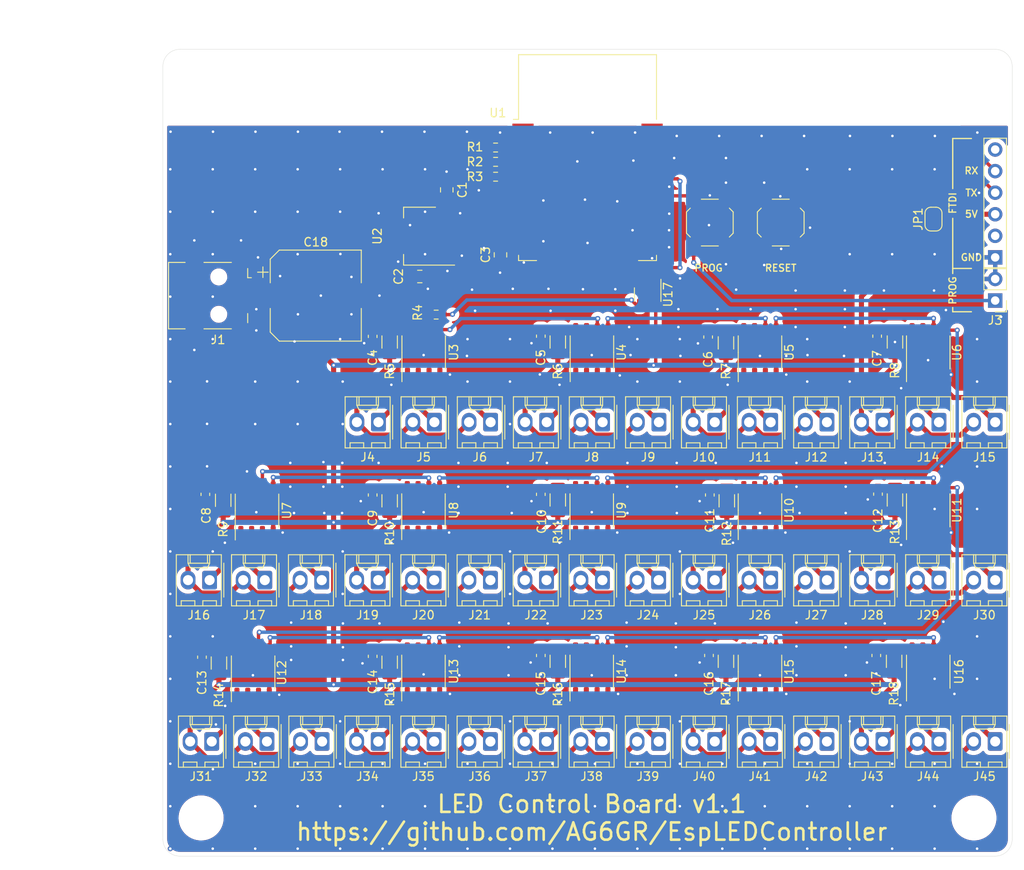
<source format=kicad_pcb>
(kicad_pcb (version 20211014) (generator pcbnew)
  (title_block (rev "1"))
  (layers (0 "F.Cu" signal "Front") (1 "In1.Cu" signal) (2 "In2.Cu" signal) (31 "B.Cu" signal "Back") (34 "B.Paste" user) (35 "F.Paste" user) (36 "B.SilkS" user "B.Silkscreen") (37 "F.SilkS" user "F.Silkscreen") (38 "B.Mask" user) (39 "F.Mask" user) (44 "Edge.Cuts" user))
  (net 0 "")
  (net 1 "+3.3V")
  (net 2 "Net-(R4-Pad1)")
  (net 4 "UART0_RX")
  (net 5 "UART0_TX")
  (net 7 "FLASH")
  (net 8 "Net-(J4-Pad1)")
  (net 9 "Net-(J5-Pad1)")
  (net 10 "Net-(J6-Pad1)")
  (net 11 "Net-(J7-Pad1)")
  (net 12 "Net-(J8-Pad1)")
  (net 13 "Net-(J9-Pad1)")
  (net 14 "Net-(J10-Pad1)")
  (net 15 "Net-(J11-Pad1)")
  (net 16 "Net-(J12-Pad1)")
  (net 17 "Net-(J13-Pad1)")
  (net 18 "Net-(J14-Pad1)")
  (net 19 "Net-(J15-Pad1)")
  (net 20 "Net-(J16-Pad1)")
  (net 21 "Net-(J17-Pad1)")
  (net 22 "Net-(J18-Pad1)")
  (net 23 "Net-(J19-Pad1)")
  (net 24 "Net-(J20-Pad1)")
  (net 25 "Net-(J21-Pad1)")
  (net 26 "Net-(J22-Pad1)")
  (net 27 "Net-(J23-Pad1)")
  (net 28 "Net-(J24-Pad1)")
  (net 29 "Net-(J25-Pad1)")
  (net 30 "Net-(J26-Pad1)")
  (net 31 "Net-(J27-Pad1)")
  (net 32 "Net-(J28-Pad1)")
  (net 33 "Net-(J29-Pad1)")
  (net 34 "Net-(J30-Pad1)")
  (net 35 "Net-(J31-Pad1)")
  (net 36 "Net-(J32-Pad1)")
  (net 37 "Net-(J33-Pad1)")
  (net 38 "Net-(J34-Pad1)")
  (net 39 "Net-(J35-Pad1)")
  (net 40 "Net-(J36-Pad1)")
  (net 41 "Net-(J37-Pad1)")
  (net 42 "Net-(J38-Pad1)")
  (net 43 "Net-(J39-Pad1)")
  (net 44 "Net-(J40-Pad1)")
  (net 45 "Net-(J41-Pad1)")
  (net 46 "Net-(J42-Pad1)")
  (net 47 "Net-(J43-Pad1)")
  (net 48 "Net-(J44-Pad1)")
  (net 49 "Net-(J45-Pad1)")
  (net 50 "Net-(R2-Pad2)")
  (net 51 "Net-(R3-Pad2)")
  (net 52 "LED_GPIO")
  (net 53 "/WS2811Unit/DIN")
  (net 54 "Net-(C4-Pad1)")
  (net 55 "Net-(C5-Pad1)")
  (net 56 "Net-(C6-Pad1)")
  (net 57 "Net-(C7-Pad1)")
  (net 58 "Net-(C8-Pad1)")
  (net 59 "Net-(C9-Pad1)")
  (net 60 "Net-(C10-Pad1)")
  (net 61 "Net-(C11-Pad1)")
  (net 62 "Net-(C12-Pad1)")
  (net 63 "Net-(C13-Pad1)")
  (net 64 "Net-(C14-Pad1)")
  (net 65 "Net-(C15-Pad1)")
  (net 66 "Net-(C16-Pad1)")
  (net 67 "Net-(C17-Pad1)")
  (net 72 "UART0_CTS")
  (net 80 "/WS2811Unit/DO")
  (net 82 "/WS2811Unit1/DO")
  (net 84 "/WS2811Unit2/DO")
  (net 86 "/WS2811Unit3/DO")
  (net 88 "/WS2811Unit4/DO")
  (net 90 "/WS2811Unit5/DO")
  (net 92 "/WS2811Unit6/DO")
  (net 94 "/WS2811Unit7/DO")
  (net 96 "/WS2811Unit8/DO")
  (net 98 "/WS2811Unit11/DIN")
  (net 100 "/WS2811Unit10/DIN")
  (net 102 "/WS2811Unit10/DO")
  (net 104 "/WS2811Unit13/DO")
  (net 106 "/WS2811Unit14/DO")
  (net 108 "GND")
  (net 112 "+5V")
  (net 113 "RESET")
  (net 114 "Net-(J2-Pad3)")
  (footprint "Connector_USB:USB_Mini-B_Lumberg_2486_01_Horizontal" (layer "F.Cu") (at 81.575 56 -90)
    (fp_text reference "J1")
    (fp_text value "USB_B_Micro")
  )
  (footprint "Resistor_SMD:R_1206_3216Metric" (layer "F.Cu") (at 141.4 80.1625 90)
    (fp_text reference "R12")
    (fp_text value "100")
  )
  (footprint "Resistor_SMD:R_1206_3216Metric" (layer "F.Cu") (at 101.7 80.1625 90)
    (fp_text reference "R10")
    (fp_text value "100")
  )
  (footprint "Connector_Molex:Molex_KK-254_AE-6410-02A_1x02_P2.54mm_Vertical" (layer "F.Cu") (at 106.94 89.5 180)
    (fp_text reference "J20")
    (fp_text value "Conn_01x02")
  )
  (footprint "Package_SO:SOP-8_3.9x4.9mm_P1.27mm" (layer "F.Cu") (at 85.624 100.372 90)
    (fp_text reference "U12")
    (fp_text value "WS2811")
  )
  (footprint "Package_SO:SOP-8_3.9x4.9mm_P1.27mm" (layer "F.Cu") (at 165.118 100.282 90)
    (fp_text reference "U16")
    (fp_text value "WS2811")
  )
  (footprint "Package_SO:SOP-8_3.9x4.9mm_P1.27mm" (layer "F.Cu") (at 165.118 81.282 90)
    (fp_text reference "U11")
    (fp_text value "WS2811")
  )
  (footprint "Resistor_SMD:R_1206_3216Metric" (layer "F.Cu") (at 141.3 99.0625 90)
    (fp_text reference "R17")
    (fp_text value "100")
  )
  (footprint "Connector_Molex:Molex_KK-254_AE-6410-02A_1x02_P2.54mm_Vertical" (layer "F.Cu") (at 106.964 70.9 180)
    (fp_text reference "J5")
    (fp_text value "Conn_01x02")
  )
  (footprint "Capacitor_SMD:C_0805_2012Metric" (layer "F.Cu") (at 108.425 43.55 90)
    (fp_text reference "C1")
    (fp_text value "10u")
  )
  (footprint "Capacitor_SMD:C_0603_1608Metric" (layer "F.Cu") (at 79.6 98.575 -90)
    (fp_text reference "C13")
    (fp_text value "0.1u")
  )
  (footprint "Connector_Molex:Molex_KK-254_AE-6410-02A_1x02_P2.54mm_Vertical" (layer "F.Cu") (at 113.564 89.5 180)
    (fp_text reference "J21")
    (fp_text value "Conn_01x02")
  )
  (footprint "Resistor_SMD:R_0603_1608Metric" (layer "F.Cu") (at 107.178 58.237 180)
    (fp_text reference "R4")
    (fp_text value "330")
  )
  (footprint "Jumper:SolderJumper-2_P1.3mm_Bridged_RoundedPad1.0x1.5mm" (layer "F.Cu") (at 165.735 46.99 90)
    (fp_text reference "JP1")
    (fp_text value "SolderJumper_2_Bridged")
  )
  (footprint "Connector_Molex:Molex_KK-254_AE-6410-02A_1x02_P2.54mm_Vertical" (layer "F.Cu") (at 133.4 70.9 180)
    (fp_text reference "J9")
    (fp_text value "Conn_01x02")
  )
  (footprint "Resistor_SMD:R_1206_3216Metric" (layer "F.Cu") (at 101.7 61.4625 90)
    (fp_text reference "R5")
    (fp_text value "100")
  )
  (footprint "Connector_Molex:Molex_KK-254_AE-6410-02A_1x02_P2.54mm_Vertical" (layer "F.Cu") (at 159.792 70.904 180)
    (fp_text reference "J13")
    (fp_text value "Conn_01x02")
  )
  (footprint "Connector_PinHeader_2.54mm:PinHeader_1x06_P2.54mm_Vertical" (layer "F.Cu") (at 173 51.5 180)
    (fp_text reference "J2" hide)
    (fp_text value "FTDI")
  )
  (footprint "Resistor_SMD:R_1206_3216Metric" (layer "F.Cu") (at 121.5 61.4625 90)
    (fp_text reference "R6")
    (fp_text value "100")
  )
  (footprint "Connector_Molex:Molex_KK-254_AE-6410-02A_1x02_P2.54mm_Vertical" (layer "F.Cu") (at 126.752 89.5 180)
    (fp_text reference "J23")
    (fp_text value "Conn_01x02")
  )
  (footprint "Connector_Molex:Molex_KK-254_AE-6410-02A_1x02_P2.54mm_Vertical" (layer "F.Cu") (at 146.564 108.5 180)
    (fp_text reference "J41")
    (fp_text value "Conn_01x02")
  )
  (footprint "Capacitor_SMD:C_0603_1608Metric" (layer "F.Cu") (at 139.2 60.875 -90)
    (fp_text reference "C6")
    (fp_text value "0.1u")
  )
  (footprint "Package_SO:SOP-8_3.9x4.9mm_P1.27mm" (layer "F.Cu") (at 145.306 81.282 90)
    (fp_text reference "U10")
    (fp_text value "WS2811")
  )
  (footprint "Capacitor_SMD:C_0603_1608Metric" (layer "F.Cu") (at 99.7 98.475 -90)
    (fp_text reference "C14")
    (fp_text value "0.1u")
  )
  (footprint "Connector_Molex:Molex_KK-254_AE-6410-02A_1x02_P2.54mm_Vertical" (layer "F.Cu") (at 113.588 70.9 180)
    (fp_text reference "J6")
    (fp_text value "Conn_01x02")
  )
  (footprint "Connector_Molex:Molex_KK-254_AE-6410-02A_1x02_P2.54mm_Vertical" (layer "F.Cu") (at 100.356 89.5 180)
    (fp_text reference "J19")
    (fp_text value "Conn_01x02")
  )
  (footprint "Package_SO:SOP-8_3.9x4.9mm_P1.27mm" (layer "F.Cu") (at 86.082 81.319 90)
    (fp_text reference "U7")
    (fp_text value "WS2811")
  )
  (footprint "Connector_Molex:Molex_KK-254_AE-6410-02A_1x02_P2.54mm_Vertical" (layer "F.Cu") (at 153.188 70.904 180)
    (fp_text reference "J12")
    (fp_text value "Conn_01x02")
  )
  (footprint "Capacitor_SMD:C_0603_1608Metric" (layer "F.Cu") (at 139.4 79.475 -90)
    (fp_text reference "C11")
    (fp_text value "0.1u")
  )
  (footprint "Package_SO:SOP-8_3.9x4.9mm_P1.27mm" (layer "F.Cu") (at 145.306 62.686 90)
    (fp_text reference "U5")
    (fp_text value "WS2811")
  )
  (footprint "Resistor_SMD:R_1206_3216Metric" (layer "F.Cu") (at 161.2 61.4625 90)
    (fp_text reference "R8")
    (fp_text value "100")
  )
  (footprint "Resistor_SMD:R_1206_3216Metric" (layer "F.Cu") (at 141.3 61.5625 90)
    (fp_text reference "R7")
    (fp_text value "100")
  )
  (footprint "MountingHole:MountingHole_4.3mm_M4" (layer "F.Cu") (at 170.5 31.5)
    (fp_text reference "H3" hide)
    (fp_text value "MountingHole")
  )
  (footprint "Package_SO:SOP-8_3.9x4.9mm_P1.27mm" (layer "F.Cu") (at 165.118 62.686 90)
    (fp_text reference "U6")
    (fp_text value "WS2811")
  )
  (footprint "Resistor_SMD:R_0603_1608Metric" (layer "F.Cu") (at 114.175 40.25)
    (fp_text reference "R2")
    (fp_text value "10k")
  )
  (footprint "Connector_Molex:Molex_KK-254_AE-6410-02A_1x02_P2.54mm_Vertical" (layer "F.Cu") (at 173 89.5 180)
    (fp_text reference "J30")
    (fp_text value "Conn_01x02")
  )
  (footprint "Capacitor_SMD:C_0603_1608Metric" (layer "F.Cu") (at 159.1 60.775 -90)
    (fp_text reference "C7")
    (fp_text value "0.1u")
  )
  (footprint "Connector_Molex:Molex_KK-254_AE-6410-02A_1x02_P2.54mm_Vertical" (layer "F.Cu") (at 166.376 70.904 180)
    (fp_text reference "J14")
    (fp_text value "Conn_01x02")
  )
  (footprint "MountingHole:MountingHole_4.3mm_M4" (layer "F.Cu") (at 79.5 117.5)
    (fp_text reference "H1" hide)
    (fp_text value "MountingHole")
  )
  (footprint "Package_SO:SOP-8_3.9x4.9mm_P1.27mm" (layer "F.Cu") (at 125.518 62.682 90)
    (fp_text reference "U4")
    (fp_text value "WS2811")
  )
  (footprint "Capacitor_SMD:C_0603_1608Metric" (layer "F.Cu") (at 119.5 60.775 -90)
    (fp_text reference "C5")
    (fp_text value "0.1u")
  )
  (footprint "Package_SO:SOP-8_3.9x4.9mm_P1.27mm" (layer "F.Cu") (at 125.494 81.282 90)
    (fp_text reference "U9")
    (fp_text value "WS2811")
  )
  (footprint "Connector_Molex:Molex_KK-254_AE-6410-02A_1x02_P2.54mm_Vertical" (layer "F.Cu") (at 106.94 108.5 180)
    (fp_text reference "J35")
    (fp_text value "Conn_01x02")
  )
  (footprint "Connector_Molex:Molex_KK-254_AE-6410-02A_1x02_P2.54mm_Vertical" (layer "F.Cu") (at 146.564 89.5 180)
    (fp_text reference "J26")
    (fp_text value "Conn_01x02")
  )
  (footprint "Capacitor_SMD:C_0603_1608Metric" (layer "F.Cu") (at 99.7 60.8 -90)
    (fp_text reference "C4")
    (fp_text value "0.1u")
  )
  (footprint "Resistor_SMD:R_1206_3216Metric" (layer "F.Cu") (at 82.1 80.1 90)
    (fp_text reference "R9")
    (fp_text value "100")
  )
  (footprint "Connector_Molex:Molex_KK-254_AE-6410-02A_1x02_P2.54mm_Vertical" (layer "F.Cu") (at 133.376 108.5 180)
    (fp_text reference "J39")
    (fp_text value "Conn_01x02")
  )
  (footprint "Resistor_SMD:R_1206_3216Metric" (layer "F.Cu") (at 81.6 99.2625 90)
    (fp_text reference "R14")
    (fp_text value "100")
  )
  (footprint "Connector_Molex:Molex_KK-254_AE-6410-02A_1x02_P2.54mm_Vertical" (layer "F.Cu") (at 139.98 70.904 180)
    (fp_text reference "J10")
    (fp_text value "Conn_01x02")
  )
  (footprint "Connector_Molex:Molex_KK-254_AE-6410-02A_1x02_P2.54mm_Vertical" (layer "F.Cu") (at 126.776 70.9 180)
    (fp_text reference "J8")
    (fp_text value "Conn_01x02")
  )
  (footprint "Capacitor_SMD:C_0805_2012Metric" (layer "F.Cu") (at 105.25 53.75)
    (fp_text reference "C2")
    (fp_text value "10u")
  )
  (footprint "Resistor_SMD:R_0603_1608Metric" (layer "F.Cu") (at 114.175 42)
    (fp_text reference "R3")
    (fp_text value "10k")
  )
  (footprint "Capacitor_SMD:C_0805_2012Metric" (layer "F.Cu") (at 114.75 51.2 -90)
    (fp_text reference "C3")
    (fp_text value "10u")
  )
  (footprint "Connector_PinHeader_2.54mm:PinHeader_1x02_P2.54mm_Vertical" (layer "F.Cu") (at 173 56.58 180)
    (fp_text reference "J3")
    (fp_text value "FLASH")
  )
  (footprint "Resistor_SMD:R_1206_3216Metric" (layer "F.Cu") (at 161.1 99.0625 90)
    (fp_text reference "R18")
    (fp_text value "100")
  )
  (footprint "Capacitor_SMD:C_0603_1608Metric" (layer "F.Cu") (at 159 98.375 -90)
    (fp_text reference "C17")
    (fp_text value "0.1u")
  )
  (footprint "Connector_Molex:Molex_KK-254_AE-6410-02A_1x02_P2.54mm_Vertical" (layer "F.Cu") (at 133.376 89.5 180)
    (fp_text reference "J24")
    (fp_text value "Conn_01x02")
  )
  (footprint "Connector_Molex:Molex_KK-254_AE-6410-02A_1x02_P2.54mm_Vertical" (layer "F.Cu") (at 120.192 70.9 180)
    (fp_text reference "J7")
    (fp_text value "Conn_01x02")
  )
  (footprint "Connector_Molex:Molex_KK-254_AE-6410-02A_1x02_P2.54mm_Vertical" (layer "F.Cu") (at 153.188 89.5 180)
    (fp_text reference "J27")
    (fp_text value "Conn_01x02")
  )
  (footprint "Connector_Molex:Molex_KK-254_AE-6410-02A_1x02_P2.54mm_Vertical" (layer "F.Cu") (at 153.188 108.5 180)
    (fp_text reference "J42")
    (fp_text value "Conn_01x02")
  )
  (footprint "Button_Switch_SMD:SW_SPST_TL3342" (layer "F.Cu") (at 147.75 47.4 90)
    (fp_text reference "SW1" hide)
    (fp_text value "RESET")
  )
  (footprint "Package_SO:SOP-8_3.9x4.9mm_P1.27mm" (layer "F.Cu") (at 105.706 62.682 90)
    (fp_text reference "U3")
    (fp_text value "WS2811")
  )
  (footprint "Connector_Molex:Molex_KK-254_AE-6410-02A_1x02_P2.54mm_Vertical" (layer "F.Cu") (at 80.75 108.5 180)
    (fp_text reference "J31")
    (fp_text value "Conn_01x02")
  )
  (footprint "Resistor_SMD:R_1206_3216Metric" (layer "F.Cu") (at 161.2 80.0625 90)
    (fp_text reference "R13")
    (fp_text value "100")
  )
  (footprint "Connector_Molex:Molex_KK-254_AE-6410-02A_1x02_P2.54mm_Vertical" (layer "F.Cu") (at 100.38 70.9 180)
    (fp_text reference "J4")
    (fp_text value "Conn_01x02")
  )
  (footprint "Package_SO:SOP-8_3.9x4.9mm_P1.27mm" (layer "F.Cu") (at 145.306 100.282 90)
    (fp_text reference "U15")
    (fp_text value "WS2811")
  )
  (footprint "Connector_Molex:Molex_KK-254_AE-6410-02A_1x02_P2.54mm_Vertical" (layer "F.Cu") (at 126.752 108.5 180)
    (fp_text reference "J38")
    (fp_text value "Conn_01x02")
  )
  (footprint "Connector_Molex:Molex_KK-254_AE-6410-02A_1x02_P2.54mm_Vertical" (layer "F.Cu") (at 159.792 89.5 180)
    (fp_text reference "J28")
    (fp_text value "Conn_01x02")
  )
  (footprint "Connector_Molex:Molex_KK-254_AE-6410-02A_1x02_P2.54mm_Vertical" (layer "F.Cu") (at 87.25 108.5 180)
    (fp_text reference "J32")
    (fp_text value "Conn_01x02")
  )
  (footprint "Capacitor_SMD:C_0603_1608Metric" (layer "F.Cu") (at 139.3 98.375 -90)
    (fp_text reference "C16")
    (fp_text value "0.1u")
  )
  (footprint "Package_TO_SOT_SMD:SOT-23-5" (layer "F.Cu") (at 132.08 55.88 -90)
    (fp_text reference "U17")
    (fp_text value "74AHCT1G125")
  )
  (footprint "Capacitor_SMD:C_0603_1608Metric" (layer "F.Cu") (at 119.5 79.4 -90)
    (fp_text reference "C10")
    (fp_text value "0.1u")
  )
  (footprint "RF_Module:ESP-12E" (layer "F.Cu") (at 125 39.75)
    (fp_text reference "U1")
    (fp_text value "ESP-12F")
  )
  (footprint "Connector_Molex:Molex_KK-254_AE-6410-02A_1x02_P2.54mm_Vertical" (layer "F.Cu") (at 166.376 108.5 180)
    (fp_text reference "J44")
    (fp_text value "Conn_01x02")
  )
  (footprint "Button_Switch_SMD:SW_SPST_TL3342" (layer "F.Cu") (at 139.4 47.4 -90)
    (fp_text reference "SW2" hide)
    (fp_text value "FLASH")
  )
  (footprint "Connector_Molex:Molex_KK-254_AE-6410-02A_1x02_P2.54mm_Vertical" (layer "F.Cu") (at 87 89.5 180)
    (fp_text reference "J17")
    (fp_text value "Conn_01x02")
  )
  (footprint "Connector_Molex:Molex_KK-254_AE-6410-02A_1x02_P2.54mm_Vertical" (layer "F.Cu") (at 173 108.5 180)
    (fp_text reference "J45")
    (fp_text value "Conn_01x02")
  )
  (footprint "Capacitor_SMD:C_0603_1608Metric" (layer "F.Cu") (at 159.2 79.375 -90)
    (fp_text reference "C12")
    (fp_text value "0.1u")
  )
  (footprint "MountingHole:MountingHole_4.3mm_M4" (layer "F.Cu") (at 79.5 31.5)
    (fp_text reference "H4" hide)
    (fp_text value "MountingHole")
  )
  (footprint "Connector_Molex:Molex_KK-254_AE-6410-02A_1x02_P2.54mm_Vertical" (layer "F.Cu") (at 120.168 89.5 180)
    (fp_text reference "J22")
    (fp_text value "Conn_01x02")
  )
  (footprint "Connector_Molex:Molex_KK-254_AE-6410-02A_1x02_P2.54mm_Vertical" (layer "F.Cu") (at 93.702 89.5 180)
    (fp_text reference "J18")
    (fp_text value "Conn_01x02")
  )
  (footprint "Resistor_SMD:R_1206_3216Metric" (layer "F.Cu") (at 101.7 99.1625 90)
    (fp_text reference "R15")
    (fp_text value "100")
  )
  (footprint "Connector_Molex:Molex_KK-254_AE-6410-02A_1x02_P2.54mm_Vertical" (layer "F.Cu") (at 139.98 89.5 180)
    (fp_text reference "J25")
    (fp_text value "Conn_01x02")
  )
  (footprint "Connector_Molex:Molex_KK-254_AE-6410-02A_1x02_P2.54mm_Vertical" (layer "F.Cu") (at 173 70.904 180)
    (fp_text reference "J15")
    (fp_text value "Conn_01x02")
  )
  (footprint "Package_SO:SOP-8_3.9x4.9mm_P1.27mm" (layer "F.Cu") (at 125.494 100.282 90)
    (fp_text reference "U14")
    (fp_text value "WS2811")
  )
  (footprint "Package_SO:SOP-8_3.9x4.9mm_P1.27mm" (layer "F.Cu") (at 105.682 100.282 90)
    (fp_text reference "U13")
    (fp_text value "WS2811")
  )
  (footprint "Connector_Molex:Molex_KK-254_AE-6410-02A_1x02_P2.54mm_Vertical" (layer "F.Cu") (at 146.564 70.904 180)
    (fp_text reference "J11")
    (fp_text value "Conn_01x02")
  )
  (footprint "Connector_Molex:Molex_KK-254_AE-6410-02A_1x02_P2.54mm_Vertical" (layer "F.Cu") (at 93.75 108.5 180)
    (fp_text reference "J33")
    (fp_text value "Conn_01x02")
  )
  (footprint "Resistor_SMD:R_1206_3216Metric" (layer "F.Cu") (at 121.5 99.0625 90)
    (fp_text reference "R16")
    (fp_text value "100")
  )
  (footprint "Capacitor_SMD:C_0603_1608Metric" (layer "F.Cu") (at 119.5 98.375 -90)
    (fp_text reference "C15")
    (fp_text value "0.1u")
  )
  (footprint "MountingHole:MountingHole_4.3mm_M4" (layer "F.Cu") (at 170.5 117.5)
    (fp_text reference "H2" hide)
    (fp_text value "MountingHole")
  )
  (footprint "Connector_Molex:Molex_KK-254_AE-6410-02A_1x02_P2.54mm_Vertical" (layer "F.Cu") (at 113.564 108.5 180)
    (fp_text reference "J36")
    (fp_text value "Conn_01x02")
  )
  (footprint "Package_TO_SOT_SMD:SOT-223-3_TabPin2" (layer "F.Cu") (at 105.25 49 180)
    (fp_text reference "U2")
    (fp_text value "AMS1117-3.3")
  )
  (footprint "Capacitor_SMD:C_0603_1608Metric" (layer "F.Cu") (at 80 79.4 -90)
    (fp_text reference "C8")
    (fp_text value "0.1u")
  )
  (footprint "Connector_Molex:Molex_KK-254_AE-6410-02A_1x02_P2.54mm_Vertical" (layer "F.Cu") (at 80.5 89.5 180)
    (fp_text reference "J16")
    (fp_text value "Conn_01x02")
  )
  (footprint "Connector_Molex:Molex_KK-254_AE-6410-02A_1x02_P2.54mm_Vertical" (layer "F.Cu") (at 120.168 108.5 180)
    (fp_text reference "J37")
    (fp_text value "Conn_01x02")
  )
  (footprint "Connector_Molex:Molex_KK-254_AE-6410-02A_1x02_P2.54mm_Vertical" (layer "F.Cu") (at 159.792 108.5 180)
    (fp_text reference "J43")
    (fp_text value "Conn_01x02")
  )
  (footprint "Capacitor_SMD:C_0603_1608Metric" (layer "F.Cu") (at 99.7 79.475 -90)
    (fp_text reference "C9")
    (fp_text value "0.1u")
  )
  (footprint "Package_SO:SOP-8_3.9x4.9mm_P1.27mm" (layer "F.Cu") (at 105.682 81.282 90)
    (fp_text reference "U8")
    (fp_text value "WS2811")
  )
  (footprint "Capacitor_SMD:CP_Elec_10x10.5" (layer "F.Cu") (at 93 56)
    (fp_text reference "C18")
    (fp_text value "1000u")
  )
  (footprint "Connector_Molex:Molex_KK-254_AE-6410-02A_1x02_P2.54mm_Vertical" (layer "F.Cu") (at 100.356 108.5 180)
    (fp_text reference "J34")
    (fp_text value "Conn_01x02")
  )
  (footprint "Resistor_SMD:R_0603_1608Metric" (layer "F.Cu") (at 114.175 38.566)
    (fp_text reference "R1")
    (fp_text value "10k")
  )
  (footprint "Connector_Molex:Molex_KK-254_AE-6410-02A_1x02_P2.54mm_Vertical" (layer "F.Cu") (at 139.98 108.5 180)
    (fp_text reference "J40")
    (fp_text value "Conn_01x02")
  )
  (footprint "Connector_Molex:Molex_KK-254_AE-6410-02A_1x02_P2.54mm_Vertical" (layer "F.Cu") (at 166.376 89.5 180)
    (fp_text reference "J29")
    (fp_text value "Conn_01x02")
  )
  (footprint "Resistor_SMD:R_1206_3216Metric" (layer "F.Cu") (at 121.5 80.0625 90)
    (fp_text reference "R11")
    (fp_text value "100")
  )
  (gr_line (start 168 43.4) (end 168 37.5) (layer "F.SilkS") (width 0.1524))
  (gr_line (start 168 52.8) (end 170.2 52.8) (layer "F.SilkS") (width 0.1524))
  (gr_line (start 168 46.9) (end 168 52.8) (layer "F.SilkS") (width 0.1524))
  (gr_line (start 168 37.5) (end 170.2 37.5) (layer "F.SilkS") (width 0.1524))
  (gr_line (start 168 57.9) (end 168 57.4) (layer "F.SilkS") (width 0.1524))
  (gr_line (start 170.2 57.9) (end 168 57.9) (layer "F.SilkS") (width 0.1524))
  (gr_line (start 168 52.8) (end 168 53.4) (layer "F.SilkS") (width 0.1524))
  (gr_line (start 173 122) (end 77 122) (layer "Edge.Cuts") (width 0.0381))
  (gr_line (start 175 29) (end 175 120) (layer "Edge.Cuts") (width 0.0381))
  (gr_line (start 75 120) (end 75 29) (layer "Edge.Cuts") (width 0.0381))
  (gr_arc (start 75 29) (mid 75.585786 27.585786) (end 77 27) (layer "Edge.Cuts") (width 0.0381))
  (gr_line (start 77 27) (end 173 27) (layer "Edge.Cuts") (width 0.0381))
  (gr_arc (start 77 122) (mid 75.585786 121.414214) (end 75 120) (layer "Edge.Cuts") (width 0.0381))
  (gr_arc (start 175 120) (mid 174.414214 121.414214) (end 173 122) (layer "Edge.Cuts") (width 0.0381))
  (gr_arc (start 173 27) (mid 174.414214 27.585786) (end 175 29) (layer "Edge.Cuts") (width 0.0381))
  (gr_text "RX" (at 170.2 41.3) (layer "F.SilkS") (effects (font (size 0.8128 0.8128) (thickness 0.1524))))
  (gr_text "PROG" (at 139.25 52.75) (layer "F.SilkS") (effects (font (size 0.8128 0.8128) (thickness 0.1524))))
  (gr_text "FTDI" (at 168 45.1 90) (layer "F.SilkS") (effects (font (size 0.8128 0.8128) (thickness 0.1524))))
  (gr_text "PROG" (at 168 55.4 90) (layer "F.SilkS") (effects (font (size 0.8128 0.8128) (thickness 0.1524))))
  (gr_text "RESET" (at 147.75 52.75) (layer "F.SilkS") (effects (font (size 0.8128 0.8128) (thickness 0.1524))))
  (gr_text "5V" (at 170.2 46.4) (layer "F.SilkS") (effects (font (size 0.8128 0.8128) (thickness 0.1524))))
  (gr_text "LED Control Board v1.1\nhttps://github.com/AG6GR/EspLEDController" (at 125.5 117.5) (layer "F.SilkS") (effects (font (size 2.032 2.032) (thickness 0.3048))))
  (gr_text "TX" (at 170.2 43.9) (layer "F.SilkS") (effects (font (size 0.8128 0.8128) (thickness 0.1524))))
  (gr_text "GND" (at 170.2 51.5) (layer "F.SilkS") (effects (font (size 0.8128 0.8128) (thickness 0.1524))))
  (segment (start 104.3 53.75) (end 104.3 51.2) (width 0.6) (layer "F.Cu") (net 1))
  (segment (start 113.35 44.3) (end 113.35 42) (width 0.6) (layer "F.Cu") (net 1))
  (segment (start 113.5 49) (end 114.75 50.25) (width 0.6) (layer "F.Cu") (net 1))
  (segment (start 104.3 51.2) (end 102.1 49) (width 0.6) (layer "F.Cu") (net 1))
  (segment (start 102.1 49) (end 108.4 49) (width 0.6) (layer "F.Cu") (net 1))
  (segment (start 108.65 49) (end 113.35 44.3) (width 0.6) (layer "F.Cu") (net 1))
  (segment (start 108.4 49) (end 113.5 49) (width 0.6) (layer "F.Cu") (net 1))
  (segment (start 114.75 50.25) (end 117.4 50.25) (width 0.6) (layer "F.Cu") (net 1))
  (segment (start 108.4 49) (end 108.65 49) (width 0.6) (layer "F.Cu") (net 1))
  (segment (start 113.35 40.25) (end 113.35 38.566) (width 0.6) (layer "F.Cu") (net 1))
  (segment (start 113.35 40.25) (end 113.35 42) (width 0.6) (layer "F.Cu") (net 1))
  (segment (start 131.13 57.0175) (end 130.6775 57.0175) (width 0.4) (layer "F.Cu") (net 2))
  (segment (start 108.003 58.237) (end 109.063 58.237) (width 0.4) (layer "F.Cu") (net 2))
  (segment (start 109.063 58.237) (end 109.1 58.2) (width 0.4) (layer "F.Cu") (net 2))
  (segment (start 130.6775 57.0175) (end 130.175 56.515) (width 0.4) (layer "F.Cu") (net 2))
  (via (at 109.1 58.2) (size 0.6) (drill 0.3) (layers "F.Cu" "B.Cu") (net 2))
  (via (at 130.175 56.515) (size 0.6) (drill 0.3) (layers "F.Cu" "B.Cu") (net 2))
  (segment (start 109.1 58.2) (end 110.785 56.515) (width 0.4) (layer "B.Cu") (net 2))
  (segment (start 110.785 56.515) (end 130.175 56.515) (width 0.4) (layer "B.Cu") (net 2))
  (segment (start 173 43.88) (end 167.37 38.25) (width 0.4) (layer "F.Cu") (net 4))
  (segment (start 167.37 38.25) (end 132.6 38.25) (width 0.4) (layer "F.Cu") (net 4))
  (segment (start 173 41.34) (end 167.91 36.25) (width 0.4) (layer "F.Cu") (net 5))
  (segment (start 167.91 36.25) (end 132.6 36.25) (width 0.4) (layer "F.Cu") (net 5))
  (segment (start 137.5 50.55) (end 137.5 52.1) (width 0.4) (layer "F.Cu") (net 7))
  (segment (start 132.6 44.25) (end 137.5 44.25) (width 0.4) (layer "F.Cu") (net 7))
  (segment (start 137.5 44.25) (end 137.5 50.55) (width 0.4) (layer "F.Cu") (net 7))
  (via (at 137.5 52.1) (size 0.6) (drill 0.3) (layers "F.Cu" "B.Cu") (net 7))
  (segment (start 141.98 56.58) (end 173 56.58) (width 0.4) (layer "B.Cu") (net 7))
  (segment (start 137.5 52.1) (end 141.98 56.58) (width 0.4) (layer "B.Cu") (net 7))
  (segment (start 103.801 65.307) (end 103.801 67.479) (width 0.6) (layer "F.Cu") (net 8))
  (segment (start 103.801 67.479) (end 100.38 70.9) (width 0.6) (layer "F.Cu") (net 8))
  (segment (start 105.071 65.307) (end 105.071 69.007) (width 0.6) (layer "F.Cu") (net 9))
  (segment (start 105.071 69.007) (end 106.964 70.9) (width 0.6) (layer "F.Cu") (net 9))
  (segment (start 106.341 65.307) (end 106.341 65.678001) (width 0.6) (layer "F.Cu") (net 10))
  (segment (start 108.789999 68.127) (end 110.815 68.127) (width 0.6) (layer "F.Cu") (net 10))
  (segment (start 106.341 65.678001) (end 108.789999 68.127) (width 0.6) (layer "F.Cu") (net 10))
  (segment (start 110.815 68.127) (end 113.588 70.9) (width 0.6) (layer "F.Cu") (net 10))
  (segment (start 123.613 65.307) (end 123.613 67.479) (width 0.6) (layer "F.Cu") (net 11))
  (segment (start 123.613 67.479) (end 120.192 70.9) (width 0.6) (layer "F.Cu") (net 11))
  (segment (start 124.883 65.307) (end 124.883 69.007) (width 0.6) (layer "F.Cu") (net 12))
  (segment (start 124.883 69.007) (end 126.776 70.9) (width 0.6) (layer "F.Cu") (net 12))
  (segment (start 126.153 65.307) (end 126.153 65.678001) (width 0.6) (layer "F.Cu") (net 13))
  (segment (start 130.627 68.127) (end 133.4 70.9) (width 0.6) (layer "F.Cu") (net 13))
  (segment (start 126.153 65.678001) (end 128.601999 68.127) (width 0.6) (layer "F.Cu") (net 13))
  (segment (start 128.601999 68.127) (end 130.627 68.127) (width 0.6) (layer "F.Cu") (net 13))
  (segment (start 143.401 65.311) (end 143.401 67.483) (width 0.6) (layer "F.Cu") (net 14))
  (segment (start 143.401 67.483) (end 139.98 70.904) (width 0.6) (layer "F.Cu") (net 14))
  (segment (start 144.671 65.311) (end 144.671 69.011) (width 0.6) (layer "F.Cu") (net 15))
  (segment (start 144.671 69.011) (end 146.564 70.904) (width 0.6) (layer "F.Cu") (net 15))
  (segment (start 150.284 68) (end 153.188 70.904) (width 0.6) (layer "F.Cu") (net 16))
  (segment (start 148.258999 68) (end 150.284 68) (width 0.6) (layer "F.Cu") (net 16))
  (segment (start 145.941 65.311) (end 145.941 65.682001) (width 0.6) (layer "F.Cu") (net 16))
  (segment (start 145.941 65.682001) (end 148.258999 68) (width 0.6) (layer "F.Cu") (net 16))
  (segment (start 163.213 65.311) (end 163.213 67.483) (width 0.6) (layer "F.Cu") (net 17))
  (segment (start 163.213 67.483) (end 159.792 70.904) (width 0.6) (layer "F.Cu") (net 17))
  (segment (start 164.483 69.011) (end 166.376 70.904) (width 0.6) (layer "F.Cu") (net 18))
  (segment (start 164.483 65.311) (end 164.483 69.011) (width 0.6) (layer "F.Cu") (net 18))
  (segment (start 165.753 65.682001) (end 168.070999 68) (width 0.6) (layer "F.Cu") (net 19))
  (segment (start 165.753 65.311) (end 165.753 65.682001) (width 0.6) (layer "F.Cu") (net 19))
  (segment (start 170.096 68) (end 173 70.904) (width 0.6) (layer "F.Cu") (net 19))
  (segment (start 168.070999 68) (end 170.096 68) (width 0.6) (layer "F.Cu") (net 19))
  (segment (start 84.177 83.944) (end 84.177 85.823) (width 0.6) (layer "F.Cu") (net 20))
  (segment (start 84.177 85.823) (end 80.5 89.5) (width 0.6) (layer "F.Cu") (net 20))
  (segment (start 85.447 87.947) (end 87 89.5) (width 0.6) (layer "F.Cu") (net 21))
  (segment (start 85.447 83.944) (end 85.447 87.947) (width 0.6) (layer "F.Cu") (net 21))
  (segment (start 86.717 83.944) (end 86.717 84.315001) (width 0.6) (layer "F.Cu") (net 22))
  (segment (start 88.901999 86.5) (end 90.702 86.5) (width 0.6) (layer "F.Cu") (net 22))
  (segment (start 86.717 84.315001) (end 88.901999 86.5) (width 0.6) (layer "F.Cu") (net 22))
  (segment (start 90.702 86.5) (end 93.702 89.5) (width 0.6) (layer "F.Cu") (net 22))
  (segment (start 103.777 86.079) (end 100.356 89.5) (width 0.6) (layer "F.Cu") (net 23))
  (segment (start 103.777 83.907) (end 103.777 86.079) (width 0.6) (layer "F.Cu") (net 23))
  (segment (start 105.047 83.907) (end 105.047 87.607) (width 0.6) (layer "F.Cu") (net 24))
  (segment (start 105.047 87.607) (end 106.94 89.5) (width 0.6) (layer "F.Cu") (net 24))
  (segment (start 106.317 84.278001) (end 108.538999 86.5) (width 0.6) (layer "F.Cu") (net 25))
  (segment (start 110.564 86.5) (end 113.564 89.5) (width 0.6) (layer "F.Cu") (net 25))
  (segment (start 108.538999 86.5) (end 110.564 86.5) (width 0.6) (layer "F.Cu") (net 25))
  (segment (start 106.317 83.907) (end 106.317 84.278001) (width 0.6) (layer "F.Cu") (net 25))
  (segment (start 123.589 83.907) (end 123.589 86.079) (width 0.6) (layer "F.Cu") (net 26))
  (segment (start 123.589 86.079) (end 120.168 89.5) (width 0.6) (layer "F.Cu") (net 26))
  (segment (start 124.859 83.907) (end 124.859 87.607) (width 0.6) (layer "F.Cu") (net 27))
  (segment (start 124.859 87.607) (end 126.752 89.5) (width 0.6) (layer "F.Cu") (net 27))
  (segment (start 128.350999 86.5) (end 130.376 86.5) (width 0.6) (layer "F.Cu") (net 28))
  (segment (start 126.129 83.907) (end 126.129 84.278001) (width 0.6) (layer "F.Cu") (net 28))
  (segment (start 130.376 86.5) (end 133.376 89.5) (width 0.6) (layer "F.Cu") (net 28))
  (segment (start 126.129 84.278001) (end 128.350999 86.5) (width 0.6) (layer "F.Cu") (net 28))
  (segment (start 143.401 86.079) (end 139.98 89.5) (width 0.6) (layer "F.Cu") (net 29))
  (segment (start 143.401 83.907) (end 143.401 86.079) (width 0.6) (layer "F.Cu") (net 29))
  (segment (start 144.671 87.607) (end 146.564 89.5) (width 0.6) (layer "F.Cu") (net 30))
  (segment (start 144.671 83.907) (end 144.671 87.607) (width 0.6) (layer "F.Cu") (net 30))
  (segment (start 150.188 86.5) (end 153.188 89.5) (width 0.6) (layer "F.Cu") (net 31))
  (segment (start 145.941 84.278001) (end 148.162999 86.5) (width 0.6) (layer "F.Cu") (net 31))
  (segment (start 148.162999 86.5) (end 150.188 86.5) (width 0.6) (layer "F.Cu") (net 31))
  (segment (start 145.941 83.907) (end 145.941 84.278001) (width 0.6) (layer "F.Cu") (net 31))
  (segment (start 163.213 83.907) (end 163.213 86.079) (width 0.6) (layer "F.Cu") (net 32))
  (segment (start 163.213 86.079) (end 159.792 89.5) (width 0.6) (layer "F.Cu") (net 32))
  (segment (start 164.483 87.607) (end 166.376 89.5) (width 0.6) (layer "F.Cu") (net 33))
  (segment (start 164.483 83.907) (end 164.483 87.607) (width 0.6) (layer "F.Cu") (net 33))
  (segment (start 170 86.5) (end 173 89.5) (width 0.6) (layer "F.Cu") (net 34))
  (segment (start 165.753 83.907) (end 165.753 84.278001) (width 0.6) (layer "F.Cu") (net 34))
  (segment (start 165.753 84.278001) (end 167.974999 86.5) (width 0.6) (layer "F.Cu") (net 34))
  (segment (start 167.974999 86.5) (end 170 86.5) (width 0.6) (layer "F.Cu") (net 34))
  (segment (start 83.719 102.997) (end 83.719 105.531) (width 0.6) (layer "F.Cu") (net 35))
  (segment (start 83.719 105.531) (end 80.75 108.5) (width 0.6) (layer "F.Cu") (net 35))
  (segment (start 84.989 106.239) (end 87.25 108.5) (width 0.6) (layer "F.Cu") (net 36))
  (segment (start 84.989 102.997) (end 84.989 106.239) (width 0.6) (layer "F.Cu") (net 36))
  (segment (start 86.259 103.368001) (end 88.390999 105.5) (width 0.6) (layer "F.Cu") (net 37))
  (segment (start 86.259 102.997) (end 86.259 103.368001) (width 0.6) (layer "F.Cu") (net 37))
  (segment (start 90.75 105.5) (end 93.75 108.5) (width 0.6) (layer "F.Cu") (net 37))
  (segment (start 88.390999 105.5) (end 90.75 105.5) (width 0.6) (layer "F.Cu") (net 37))
  (segment (start 103.777 105.079) (end 100.356 108.5) (width 0.6) (layer "F.Cu") (net 38))
  (segment (start 103.777 102.907) (end 103.777 105.079) (width 0.6) (layer "F.Cu") (net 38))
  (segment (start 105.047 106.607) (end 106.94 108.5) (width 0.6) (layer "F.Cu") (net 39))
  (segment (start 105.047 102.907) (end 105.047 106.607) (width 0.6) (layer "F.Cu") (net 39))
  (segment (start 110.564 105.5) (end 113.564 108.5) (width 0.6) (layer "F.Cu") (net 40))
  (segment (start 106.317 103.278001) (end 108.538999 105.5) (width 0.6) (layer "F.Cu") (net 40))
  (segment (start 108.538999 105.5) (end 110.564 105.5) (width 0.6) (layer "F.Cu") (net 40))
  (segment (start 106.317 102.907) (end 106.317 103.278001) (width 0.6) (layer "F.Cu") (net 40))
  (segment (start 123.589 105.079) (end 120.168 108.5) (width 0.6) (layer "F.Cu") (net 41))
  (segment (start 123.589 102.907) (end 123.589 105.079) (width 0.6) (layer "F.Cu") (net 41))
  (segment (start 124.859 106.607) (end 126.752 108.5) (width 0.6) (layer "F.Cu") (net 42))
  (segment (start 124.859 102.907) (end 124.859 106.607) (width 0.6) (layer "F.Cu") (net 42))
  (segment (start 126.129 102.907) (end 126.129 103.278001) (width 0.6) (layer "F.Cu") (net 43))
  (segment (start 130.376 105.5) (end 133.376 108.5) (width 0.6) (layer "F.Cu") (net 43))
  (segment (start 126.129 103.278001) (end 128.350999 105.5) (width 0.6) (layer "F.Cu") (net 43))
  (segment (start 128.350999 105.5) (end 130.376 105.5) (width 0.6) (layer "F.Cu") (net 43))
  (segment (start 143.401 102.907) (end 143.401 105.079) (width 0.6) (layer "F.Cu") (net 44))
  (segment (start 143.401 105.079) (end 139.98 108.5) (width 0.6) (layer "F.Cu") (net 44))
  (segment (start 144.671 106.607) (end 146.564 108.5) (width 0.6) (layer "F.Cu") (net 45))
  (segment (start 144.671 102.907) (end 144.671 106.607) (width 0.6) (layer "F.Cu") (net 45))
  (segment (start 145.941 102.907) (end 145.941 103.278001) (width 0.6) (layer "F.Cu") (net 46))
  (segment (start 148.162999 105.5) (end 150.188 105.5) (width 0.6) (layer "F.Cu") (net 46))
  (segment (start 150.188 105.5) (end 153.188 108.5) (width 0.6) (layer "F.Cu") (net 46))
  (segment (start 145.941 103.278001) (end 148.162999 105.5) (width 0.6) (layer "F.Cu") (net 46))
  (segment (start 163.213 102.907) (end 163.213 105.079) (width 0.6) (layer "F.Cu") (net 47))
  (segment (start 163.213 105.079) (end 159.792 108.5) (width 0.6) (layer "F.Cu") (net 47))
  (segment (start 164.483 102.907) (end 164.483 106.607) (width 0.6) (layer "F.Cu") (net 48))
  (segment (start 164.483 106.607) (end 166.376 108.5) (width 0.6) (layer "F.Cu") (net 48))
  (segment (start 165.753 102.907) (end 165.753 103.278001) (width 0.6) (layer "F.Cu") (net 49))
  (segment (start 170 105.5) (end 173 108.5) (width 0.6) (layer "F.Cu") (net 49))
  (segment (start 167.974999 105.5) (end 170 105.5) (width 0.6) (layer "F.Cu") (net 49))
  (segment (start 165.753 103.278001) (end 167.974999 105.5) (width 0.6) (layer "F.Cu") (net 49))
  (segment (start 115 40.25) (end 117.4 40.25) (width 0.4) (layer "F.Cu") (net 50))
  (segment (start 131.85 46.25) (end 132.6 46.25) (width 0.4) (layer "F.Cu") (net 51))
  (segment (start 129.023 43.423) (end 131.85 46.25) (width 0.4) (layer "F.Cu") (net 51))
  (segment (start 115 42.254) (end 116.169 43.423) (width 0.4) (layer "F.Cu") (net 51))
  (segment (start 116.169 43.423) (end 129.023 43.423) (width 0.4) (layer "F.Cu") (net 51))
  (segment (start 115 42) (end 115 42.254) (width 0.4) (layer "F.Cu") (net 51))
  (segment (start 135.595 42.25) (end 135.89 42.545) (width 0.4) (layer "F.Cu") (net 52))
  (segment (start 133.73042 52.705) (end 135.89 52.705) (width 0.4) (layer "F.Cu") (net 52))
  (segment (start 132.08 54.7425) (end 132.08 54.35542) (width 0.4) (layer "F.Cu") (net 52))
  (segment (start 132.6 42.25) (end 135.595 42.25) (width 0.4) (layer "F.Cu") (net 52))
  (segment (start 132.08 54.35542) (end 133.73042 52.705) (width 0.4) (layer "F.Cu") (net 52))
  (via (at 135.89 42.545) (size 0.6) (drill 0.3) (layers "F.Cu" "B.Cu") (net 52))
  (via (at 135.89 52.705) (size 0.6) (drill 0.3) (layers "F.Cu" "B.Cu") (net 52))
  (segment (start 135.89 52.705) (end 135.89 42.545) (width 0.4) (layer "B.Cu") (net 52))
  (segment (start 106.353 60.045) (end 106.341 60.057) (width 0.4) (layer "F.Cu") (net 53))
  (segment (start 106.353 58.237) (end 106.353 60.045) (width 0.4) (layer "F.Cu") (net 53))
  (segment (start 99.7 60.025) (end 101.675 60.025) (width 0.6) (layer "F.Cu") (net 54))
  (segment (start 101.757 60.057) (end 101.7 60) (width 0.6) (layer "F.Cu") (net 54))
  (segment (start 101.675 60.025) (end 101.7 60) (width 0.6) (layer "F.Cu") (net 54))
  (segment (start 103.801 60.057) (end 101.757 60.057) (width 0.6) (layer "F.Cu") (net 54))
  (segment (start 119.5 60) (end 123.556 60) (width 0.6) (layer "F.Cu") (net 55))
  (segment (start 123.556 60) (end 123.613 60.057) (width 0.6) (layer "F.Cu") (net 55))
  (segment (start 143.362 60.1) (end 143.401 60.061) (width 0.6) (layer "F.Cu") (net 56))
  (segment (start 139.2 60.1) (end 141.3 60.1) (width 0.6) (layer "F.Cu") (net 56))
  (segment (start 141.3 60.1) (end 143.362 60.1) (width 0.6) (layer "F.Cu") (net 56))
  (segment (start 161.261 60.061) (end 161.2 60) (width 0.6) (layer "F.Cu") (net 57))
  (segment (start 161.2 60) (end 159.1 60) (width 0.6) (layer "F.Cu") (net 57))
  (segment (start 163.213 60.061) (end 161.261 60.061) (width 0.6) (layer "F.Cu") (net 57))
  (segment (start 80.0125 78.6375) (end 80 78.625) (width 0.6) (layer "F.Cu") (net 58))
  (segment (start 84.177 78.694) (end 82.1565 78.694) (width 0.6) (layer "F.Cu") (net 58))
  (segment (start 82.1565 78.694) (end 82.1 78.6375) (width 0.6) (layer "F.Cu") (net 58))
  (segment (start 82.1 78.6375) (end 80.0125 78.6375) (width 0.6) (layer "F.Cu") (net 58))
  (segment (start 99.7 78.7) (end 101.7 78.7) (width 0.6) (layer "F.Cu") (net 59))
  (segment (start 101.7 78.7) (end 103.734 78.7) (width 0.6) (layer "F.Cu") (net 59))
  (segment (start 103.734 78.7) (end 103.777 78.657) (width 0.6) (layer "F.Cu") (net 59))
  (segment (start 121.557 78.657) (end 121.5 78.6) (width 0.6) (layer "F.Cu") (net 60))
  (segment (start 123.589 78.657) (end 121.557 78.657) (width 0.6) (layer "F.Cu") (net 60))
  (segment (start 121.475 78.625) (end 121.5 78.6) (width 0.6) (layer "F.Cu") (net 60))
  (segment (start 119.5 78.625) (end 121.475 78.625) (width 0.6) (layer "F.Cu") (net 60))
  (segment (start 139.4 78.7) (end 141.4 78.7) (width 0.6) (layer "F.Cu") (net 61))
  (segment (start 141.4 78.7) (end 143.358 78.7) (width 0.6) (layer "F.Cu") (net 61))
  (segment (start 143.358 78.7) (end 143.401 78.657) (width 0.6) (layer "F.Cu") (net 61))
  (segment (start 159.2 78.6) (end 161.2 78.6) (width 0.6) (layer "F.Cu") (net 62))
  (segment (start 163.156 78.6) (end 163.213 78.657) (width 0.6) (layer "F.Cu") (net 62))
  (segment (start 161.2 78.6) (end 163.156 78.6) (width 0.6) (layer "F.Cu") (net 62))
  (segment (start 79.6 97.8) (end 81.6 97.8) (width 0.6) (layer "F.Cu") (net 63))
  (segment (start 81.6 97.8) (end 83.666 97.8) (width 0.6) (layer "F.Cu") (net 63))
  (segment (start 83.666 97.8) (end 83.719 97.747) (width 0.6) (layer "F.Cu") (net 63))
  (segment (start 103.734 97.7) (end 103.777 97.657) (width 0.6) (layer "F.Cu") (net 64))
  (segment (start 99.7 97.7) (end 101.7 97.7) (width 0.6) (layer "F.Cu") (net 64))
  (segment (start 101.7 97.7) (end 103.734 97.7) (width 0.6) (layer "F.Cu") (net 64))
  (segment (start 121.5 97.6) (end 123.532 97.6) (width 0.6) (layer "F.Cu") (net 65))
  (segment (start 123.532 97.6) (end 123.589 97.657) (width 0.6) (layer "F.Cu") (net 65))
  (segment (start 119.5 97.6) (end 121.5 97.6) (width 0.6) (layer "F.Cu") (net 65))
  (segment (start 143.344 97.6) (end 143.401 97.657) (width 0.6) (layer "F.Cu") (net 66))
  (segment (start 139.3 97.6) (end 141.3 97.6) (width 0.6) (layer "F.Cu") (net 66))
  (segment (start 141.3 97.6) (end 143.344 97.6) (width 0.6) (layer "F.Cu") (net 66))
  (segment (start 159 97.6) (end 161.1 97.6) (width 0.6) (layer "F.Cu") (net 67))
  (segment (start 163.156 97.6) (end 163.213 97.657) (width 0.6) (layer "F.Cu") (net 67))
  (segment (start 161.1 97.6) (end 163.156 97.6) (width 0.6) (layer "F.Cu") (net 67))
  (segment (start 126.153 60.057) (end 126.153 58.747) (width 0.4) (layer "F.Cu") (net 80))
  (segment (start 107.668 60) (end 107.611 60.057) (width 0.4) (layer "F.Cu") (net 80))
  (segment (start 126.153 58.747) (end 126.2 58.7) (width 0.4) (layer "F.Cu") (net 80))
  (segment (start 108.8 60) (end 107.668 60) (width 0.4) (layer "F.Cu") (net 80))
  (via (at 108.8 60) (size 0.6) (drill 0.3) (layers "F.Cu" "B.Cu") (net 80))
  (via (at 126.2 58.7) (size 0.6) (drill 0.3) (layers "F.Cu" "B.Cu") (net 80))
  (segment (start 110.1 58.7) (end 108.8 60) (width 0.4) (layer "B.Cu") (net 80))
  (segment (start 126.2 58.7) (end 110.1 58.7) (width 0.4) (layer "B.Cu") (net 80))
  (segment (start 145.941 60.061) (end 145.941 58.692) (width 0.4) (layer "F.Cu") (net 82))
  (segment (start 127.4 60.034) (end 127.423 60.057) (width 0.4) (layer "F.Cu") (net 82))
  (segment (start 145.941 58.692) (end 145.923 58.674) (width 0.4) (layer "F.Cu") (net 82))
  (segment (start 127.4 58.7) (end 127.4 60.034) (width 0.4) (layer "F.Cu") (net 82))
  (via (at 145.923 58.674) (size 0.6) (drill 0.3) (layers "F.Cu" "B.Cu") (net 82))
  (via (at 127.4 58.7) (size 0.6) (drill 0.3) (layers "F.Cu" "B.Cu") (net 82))
  (segment (start 145.923 58.674) (end 127.426 58.674) (width 0.4) (layer "B.Cu") (net 82))
  (segment (start 127.426 58.674) (end 127.4 58.7) (width 0.4) (layer "B.Cu") (net 82))
  (segment (start 147.193 60.043) (end 147.211 60.061) (width 0.4) (layer "F.Cu") (net 84))
  (segment (start 165.753 60.061) (end 165.753 58.692) (width 0.4) (layer "F.Cu") (net 84))
  (segment (start 147.193 58.674) (end 147.193 60.043) (width 0.4) (layer "F.Cu") (net 84))
  (segment (start 165.753 58.692) (end 165.735 58.674) (width 0.4) (layer "F.Cu") (net 84))
  (via (at 147.193 58.674) (size 0.6) (drill 0.3) (layers "F.Cu" "B.Cu") (net 84))
  (via (at 165.735 58.674) (size 0.6) (drill 0.3) (layers "F.Cu" "B.Cu") (net 84))
  (segment (start 165.735 58.674) (end 147.193 58.674) (width 0.4) (layer "B.Cu") (net 84))
  (segment (start 86.717 78.694) (end 86.717 76.732) (width 0.4) (layer "F.Cu") (net 86))
  (segment (start 86.717 76.732) (end 86.741 76.708) (width 0.4) (layer "F.Cu") (net 86))
  (segment (start 167.033 60.071) (end 167.023 60.061) (width 0.4) (layer "F.Cu") (net 86))
  (segment (start 168.529 60.071) (end 167.033 60.071) (width 0.4) (layer "F.Cu") (net 86))
  (via (at 168.529 60.071) (size 0.6) (drill 0.3) (layers "F.Cu" "B.Cu") (net 86))
  (via (at 86.741 76.708) (size 0.6) (drill 0.3) (layers "F.Cu" "B.Cu") (net 86))
  (segment (start 165.227 76.708) (end 168.529 73.406) (width 0.4) (layer "B.Cu") (net 86))
  (segment (start 86.741 76.708) (end 165.227 76.708) (width 0.4) (layer "B.Cu") (net 86))
  (segment (start 168.529 73.406) (end 168.529 60.071) (width 0.4) (layer "B.Cu") (net 86))
  (segment (start 87.987 77.413) (end 88 77.4) (width 0.4) (layer "F.Cu") (net 88))
  (segment (start 87.987 78.694) (end 87.987 77.413) (width 0.4) (layer "F.Cu") (net 88))
  (segment (start 106.299 77.47) (end 106.299 78.639) (width 0.4) (layer "F.Cu") (net 88))
  (segment (start 106.299 78.639) (end 106.317 78.657) (width 0.4) (layer "F.Cu") (net 88))
  (via (at 88 77.4) (size 0.6) (drill 0.3) (layers "F.Cu" "B.Cu") (net 88))
  (via (at 106.299 77.47) (size 0.6) (drill 0.3) (layers "F.Cu" "B.Cu") (net 88))
  (segment (start 88 77.4) (end 106.229 77.4) (width 0.4) (layer "B.Cu") (net 88))
  (segment (start 106.229 77.4) (end 106.299 77.47) (width 0.4) (layer "B.Cu") (net 88))
  (segment (start 126.111 78.639) (end 126.129 78.657) (width 0.4) (layer "F.Cu") (net 90))
  (segment (start 107.587 78.657) (end 107.587 77.488) (width 0.4) (layer "F.Cu") (net 90))
  (segment (start 126.111 77.47) (end 126.111 78.639) (width 0.4) (layer "F.Cu") (net 90))
  (segment (start 107.587 77.488) (end 107.569 77.47) (width 0.4) (layer "F.Cu") (net 90))
  (via (at 126.111 77.47) (size 0.6) (drill 0.3) (layers "F.Cu" "B.Cu") (net 90))
  (via (at 107.569 77.47) (size 0.6) (drill 0.3) (layers "F.Cu" "B.Cu") (net 90))
  (segment (start 107.569 77.47) (end 126.111 77.47) (width 0.4) (layer "B.Cu") (net 90))
  (segment (start 145.923 78.639) (end 145.941 78.657) (width 0.4) (layer "F.Cu") (net 92))
  (segment (start 127.399 77.488) (end 127.381 77.47) (width 0.4) (layer "F.Cu") (net 92))
  (segment (start 127.399 78.657) (end 127.399 77.488) (width 0.4) (layer "F.Cu") (net 92))
  (segment (start 145.923 77.47) (end 145.923 78.639) (width 0.4) (layer "F.Cu") (net 92))
  (via (at 127.381 77.47) (size 0.6) (drill 0.3) (layers "F.Cu" "B.Cu") (net 92))
  (via (at 145.923 77.47) (size 0.6) (drill 0.3) (layers "F.Cu" "B.Cu") (net 92))
  (segment (start 127.381 77.47) (end 145.923 77.47) (width 0.4) (layer "B.Cu") (net 92))
  (segment (start 165.735 77.47) (end 165.735 78.639) (width 0.4) (layer "F.Cu") (net 94))
  (segment (start 165.735 78.639) (end 165.753 78.657) (width 0.4) (layer "F.Cu") (net 94))
  (segment (start 147.211 78.657) (end 147.211 77.488) (width 0.4) (layer "F.Cu") (net 94))
  (segment (start 147.211 77.488) (end 147.193 77.47) (width 0.4) (layer "F.Cu") (net 94))
  (via (at 165.735 77.47) (size 0.6) (drill 0.3) (layers "F.Cu" "B.Cu") (net 94))
  (via (at 147.193 77.47) (size 0.6) (drill 0.3) (layers "F.Cu" "B.Cu") (net 94))
  (segment (start 147.193 77.47) (end 165.735 77.47) (width 0.4) (layer "B.Cu") (net 94))
  (segment (start 86.259 97.747) (end 86.259 95.732) (width 0.4) (layer "F.Cu") (net 96))
  (segment (start 86.259 95.732) (end 86.36 95.631) (width 0.4) (layer "F.Cu") (net 96))
  (segment (start 168.529 78.613) (end 167.067 78.613) (width 0.4) (layer "F.Cu") (net 96))
  (segment (start 167.067 78.613) (end 167.023 78.657) (width 0.4) (layer "F.Cu") (net 96))
  (via (at 168.529 78.613) (size 0.6) (drill 0.3) (layers "F.Cu" "B.Cu") (net 96))
  (via (at 86.36 95.631) (size 0.6) (drill 0.3) (layers "F.Cu" "B.Cu") (net 96))
  (segment (start 168.529 91.821) (end 168.529 78.613) (width 0.4) (layer "B.Cu") (net 96))
  (segment (start 86.36 95.631) (end 164.719 95.631) (width 0.4) (layer "B.Cu") (net 96))
  (segment (start 164.719 95.631) (end 168.529 91.821) (width 0.4) (layer "B.Cu") (net 96))
  (segment (start 87.63 96.266) (end 87.63 97.646) (width 0.4) (layer "F.Cu") (net 98))
  (segment (start 87.63 97.646) (end 87.529 97.747) (width 0.4) (layer "F.Cu") (net 98))
  (segment (start 106.317 96.284) (end 106.299 96.266) (width 0.4) (layer "F.Cu") (net 98))
  (segment (start 106.317 97.657) (end 106.317 96.284) (width 0.4) (layer "F.Cu") (net 98))
  (via (at 87.63 96.266) (size 0.6) (drill 0.3) (layers "F.Cu" "B.Cu") (net 98))
  (via (at 106.299 96.266) (size 0.6) (drill 0.3) (layers "F.Cu" "B.Cu") (net 98))
  (segment (start 106.299 96.266) (end 87.63 96.266) (width 0.4) (layer "B.Cu") (net 98))
  (segment (start 107.569 96.266) (end 107.569 97.639) (width 0.4) (layer "F.Cu") (net 100))
  (segment (start 107.569 97.639) (end 107.587 97.657) (width 0.4) (layer "F.Cu") (net 100))
  (segment (start 126.129 97.657) (end 126.129 96.284) (width 0.4) (layer "F.Cu") (net 100))
  (segment (start 126.129 96.284) (end 126.111 96.266) (width 0.4) (layer "F.Cu") (net 100))
  (via (at 107.569 96.266) (size 0.6) (drill 0.3) (layers "F.Cu" "B.Cu") (net 100))
  (via (at 126.111 96.266) (size 0.6) (drill 0.3) (layers "F.Cu" "B.Cu") (net 100))
  (segment (start 126.111 96.266) (end 107.569 96.266) (width 0.4) (layer "B.Cu") (net 100))
  (segment (start 145.941 96.284) (end 145.923 96.266) (width 0.4) (layer "F.Cu") (net 102))
  (segment (start 127.381 96.266) (end 127.381 97.639) (width 0.4) (layer "F.Cu") (net 102))
  (segment (start 127.381 97.639) (end 127.399 97.657) (width 0.4) (layer "F.Cu") (net 102))
  (segment (start 145.941 97.657) (end 145.941 96.284) (width 0.4) (layer "F.Cu") (net 102))
  (via (at 145.923 96.266) (size 0.6) (drill 0.3) (layers "F.Cu" "B.Cu") (net 102))
  (via (at 127.381 96.266) (size 0.6) (drill 0.3) (layers "F.Cu" "B.Cu") (net 102))
  (segment (start 145.923 96.266) (end 127.381 96.266) (width 0.4) (layer "B.Cu") (net 102))
  (segment (start 147.193 97.639) (end 147.211 97.657) (width 0.4) (layer "F.Cu") (net 104))
  (segment (start 165.753 96.284) (end 165.735 96.266) (width 0.4) (layer "F.Cu") (net 104))
  (segment (start 165.753 97.657) (end 165.753 96.284) (width 0.4) (layer "F.Cu") (net 104))
  (segment (start 147.193 96.266) (end 147.193 97.639) (width 0.4) (layer "F.Cu") (net 104))
  (via (at 147.193 96.266) (size 0.6) (drill 0.3) (layers "F.Cu" "B.Cu") (net 104))
  (via (at 165.735 96.266) (size 0.6) (drill 0.3) (layers "F.Cu" "B.Cu") (net 104))
  (segment (start 165.735 96.266) (end 147.193 96.266) (width 0.4) (layer "B.Cu") (net 104))
  (segment (start 106.2 53.5) (end 108.4 51.3) (width 0.6) (layer "F.Cu") (net 108))
  (segment (start 106.2 53.75) (end 106.2 53.5) (width 0.6) (layer "F.Cu") (net 108))
  (via (at 125 49.8) (size 0.6) (drill 0.3) (layers "F.Cu" "B.Cu") (net 108))
  (via (at 110.869056 41.1225) (size 0.6) (drill 0.3) (layers "F.Cu" "B.Cu") (net 108))
  (via (at 112.8 50.4) (size 0.6) (drill 0.3) (layers "F.Cu" "B.Cu") (net 108))
  (via (at 108.8 65.3) (size 0.6) (drill 0.3) (layers "F.Cu" "B.Cu") (net 108))
  (via (at 80.869056 61.1225) (size 0.6) (drill 0.3) (layers "F.Cu" "B.Cu") (net 108))
  (via (at 93.6 56) (size 0.6) (drill 0.3) (layers "F.Cu" "B.Cu") (net 108))
  (via (at 120.869056 116.1225) (size 0.6) (drill 0.3) (layers "F.Cu" "B.Cu") (net 108))
  (via (at 140.869056 121.1225) (size 0.6) (drill 0.3) (layers "F.Cu" "B.Cu") (net 108))
  (via (at 140.3 57.6) (size 0.6) (drill 0.3) (layers "F.Cu" "B.Cu") (net 108))
  (via (at 100.4 46.3) (size 0.6) (drill 0.3) (layers "F.Cu" "B.Cu") (net 108))
  (via (at 141.5 66.5) (size 0.6) (drill 0.3) (layers "F.Cu" "B.Cu") (net 108))
  (via (at 150.869056 116.1225) (size 0.6) (drill 0.3) (layers "F.Cu" "B.Cu") (net 108))
  (via (at 90.869056 66.1225) (size 0.6) (drill 0.3) (layers "F.Cu" "B.Cu") (net 108))
  (via (at 120.4 55.2) (size 0.6) (drill 0.3) (layers "F.Cu" "B.Cu") (net 108))
  (via (at 112.2 43.6) (size 0.6) (drill 0.3) (layers "F.Cu" "B.Cu") (net 108))
  (via (at 139.3 47.7) (size 0.6) (drill 0.3) (layers "F.Cu" "B.Cu") (net 108))
  (via (at 135.5 75.7) (size 0.6) (drill 0.3) (layers "F.Cu" "B.Cu") (net 108))
  (via (at 93.9 75.6) (size 0.6) (drill 0.3) (layers "F.Cu" "B.Cu") (net 108))
  (via (at 95.9 51.1) (size 0.6) (drill 0.3) (layers "F.Cu" "B.Cu") (net 108))
  (via (at 75.869056 61.1225) (size 0.6) (drill 0.3) (layers "F.Cu" "B.Cu") (net 108))
  (via (at 170.869056 61.1225) (size 0.6) (drill 0.3) (layers "F.Cu" "B.Cu") (net 108))
  (via (at 135.869056 66.1225) (size 0.6) (drill 0.3) (layers "F.Cu" "B.Cu") (net 108))
  (via (at 150.5 37.2) (size 0.6) (drill 0.3) (layers "F.Cu" "B.Cu") (net 108))
  (via (at 100.5 94.6) (size 0.6) (drill 0.3) (layers "F.Cu" "B.Cu") (net 108))
  (via (at 75.869056 51.1225) (size 0.6) (drill 0.3) (layers "F.Cu" "B.Cu") (net 108))
  (via (at 125.5 63) (size 0.6) (drill 0.3) (layers "F.Cu" "B.Cu") (net 108))
  (via (at 145.3 81.6) (size 0.6) (drill 0.3) (layers "F.Cu" "B.Cu") (net 108))
  (via (at 135.869056 106.1225) (size 0.6) (drill 0.3) (layers "F.Cu" "B.Cu") (net 108))
  (via (at 142.5 55.3) (size 0.6) (drill 0.3) (layers "F.Cu" "B.Cu") (net 108))
  (via (at 125.869056 116.1225) (size 0.6) (drill 0.3) (layers "F.Cu" "B.Cu") (net 108))
  (via (at 173.7 58.5) (size 0.6) (drill 0.3) (layers "F.Cu" "B.Cu") (net 108))
  (via (at 90.869056 51.1225) (size 0.6) (drill 0.3) (layers "F.Cu" "B.Cu") (net 108))
  (via (at 100.869056 111.1225) (size 0.6) (drill 0.3) (layers "F.Cu" "B.Cu") (net 108))
  (via (at 129.7 78.5) (size 0.6) (drill 0.3) (layers "F.Cu" "B.Cu") (net 108))
  (via (at 100.869056 41.1225) (size 0.6) (drill 0.3) (layers "F.Cu" "B.Cu") (net 108))
  (via (at 165.869056 81.1225) (size 0.6) (drill 0.3) (layers "F.Cu" "B.Cu") (net 108))
  (via (at 160.869056 111.1225) (size 0.6) (drill 0.3) (layers "F.Cu" "B.Cu") (net 108))
  (via (at 89.1 83.9) (size 0.6) (drill 0.3) (layers "F.Cu" "B.Cu") (net 108))
  (via (at 95.8 36.7) (size 0.6) (drill 0.3) (layers "F.Cu" "B.Cu") (net 108))
  (via (at 108.5 53.1) (size 0.6) (drill 0.3) (layers "F.Cu" "B.Cu") (net 108))
  (via (at 161.2 61.4625) (size 0.6) (drill 0.3) (layers "F.Cu" "B.Cu") (net 108))
  (via (at 75.869056 56.1225) (size 0.6) (drill 0.3) (layers "F.Cu" "B.Cu") (net 108))
  (via (at 101.9 85.1) (size 0.6) (drill 0.3) (layers "F.Cu" "B.Cu") (net 108))
  (via (at 166.9 94.4) (size 0.6) (drill 0.3) (layers "F.Cu" "B.Cu") (net 108))
  (via (at 171.1 43.9) (size 0.6) (drill 0.3) (layers "F.Cu" "B.Cu") (net 108))
  (via (at 150.869056 121.1225) (size 0.6) (drill 0.3) (layers "F.Cu" "B.Cu") (net 108))
  (via (at 138 61.625) (size 0.6) (drill 0.3) (layers "F.Cu" "B.Cu") (net 108))
  (via (at 145.8 52.4) (size 0.6) (drill 0.3) (layers "F.Cu" "B.Cu") (net 108))
  (via (at 124.7 44.7) (size 0.6) (drill 0.3) (layers "F.Cu" "B.Cu") (net 108))
  (via (at 108.4 41.4) (size 0.6) (drill 0.3) (layers "F.Cu" "B.Cu") (net 108))
  (via (at 110.2 51.3) (size 0.6) (drill 0.3) (layers "F.Cu" "B.Cu") (net 108))
  (via (at 155.869056 41.1225) (size 0.6) (drill 0.3) (layers "F.Cu" "B.Cu") (net 108))
  (via (at 90.1 97.3) (size 0.6) (drill 0.3) (layers "F.Cu" "B.Cu") (net 108))
  (via (at 159.1 62.9) (size 0.6) (drill 0.3) (layers "F.Cu" "B.Cu") (net 108))
  (via (at 140.1 75.7) (size 0.6) (drill 0.3) (layers "F.Cu" "B.Cu") (net 108))
  (via (at 118.4 80.2) (size 0.6) (drill 0.3) (layers "F.Cu" "B.Cu") (net 108))
  (via (at 86 60.1) (size 0.6) (drill 0.3) (layers "F.Cu" "B.Cu") (net 108))
  (via (at 96.2 97.4) (size 0.6) (drill 0.3) (layers "F.Cu" "B.Cu") (net 108))
  (via (at 88.7 103) (size 0.6) (drill 0.3) (layers "F.Cu" "B.Cu") (net 108))
  (via (at 139.4 44.2) (size 0.6) (drill 0.3) (layers "F.Cu" "B.Cu") (net 108))
  (via (at 85.869056 121.1225) (size 0.6) (drill 0.3) (layers "F.Cu" "B.Cu") (net 108))
  (via (at 165.869056 101.1225) (size 0.6) (drill 0.3) (layers "F.Cu" "B.Cu") (net 108))
  (via (at 110.869056 116.1225) (size 0.6) (drill 0.3) (layers "F.Cu" "B.Cu") (net 108))
  (via (at 90 78.5) (size 0.6) (drill 0.3) (layers "F.Cu" "B.Cu") (net 108))
  (via (at 135.869056 61.1225) (size 0.6) (drill 0.3) (layers "F.Cu" "B.Cu") (net 108))
  (via (at 155.4 75.7) (size 0.6) (drill 0.3) (layers "F.Cu" "B.Cu") (net 108))
  (via (at 95.869056 116.1225) (size 0.6) (drill 0.3) (layers "F.Cu" "B.Cu") (net 108))
  (via (at 90.9 58.2) (size 0.6) (drill 0.3) (layers "F.Cu" "B.Cu") (net 108))
  (via (at 115.7 97.4) (size 0.6) (drill 0.3) (layers "F.Cu" "B.Cu") (net 108))
  (via (at 130.3 48.3) (size 0.6) (drill 0.3) (layers "F.Cu" "B.Cu") (net 108))
  (via (at 125.5 100.7) (size 0.6) (drill 0.3) (layers "F.Cu" "B.Cu") (net 108))
  (via (at 90.869056 121.1225) (size 0.6) (drill 0.3) (layers "F.Cu" "B.Cu") (net 108))
  (via (at 170.869056 66.1225) (size 0.6) (drill 0.3) (layers "F.Cu" "B.Cu") (net 108))
  (via (at 149.5 57.6) (size 0.6) (drill 0.3) (layers "F.Cu" "B.Cu") (net 108))
  (via (at 90.5 61.4) (size 0.6) (drill 0.3) (layers "F.Cu" "B.Cu") (net 108))
  (via (at 115.6 75.7) (size 0.6) (drill 0.3) (layers "F.Cu" "B.Cu") (net 108))
  (via (at 150.869056 66.1225) (size 0.6) (drill 0.3) (layers "F.Cu" "B.Cu") (net 108))
  (via (at 149.6 94.5) (size 0.6) (drill 0.3) (layers "F.Cu" "B.Cu") (net 108))
  (via (at 130.869056 66.1225) (size 0.6) (drill 0.3) (layers "F.Cu" "B.Cu") (net 108))
  (via (at 110.869056 66.1225) (size 0.6) (drill 0.3) (layers "F.Cu" "B.Cu") (net 108))
  (via (at 75.869056 101.1225) (size 0.6) (drill 0.3) (layers "F.Cu" "B.Cu") (net 108))
  (via (at 115.869056 111.1225) (size 0.6) (drill 0.3) (layers "F.Cu" "B.Cu") (net 108))
  (via (at 165.869056 121.1225) (size 0.6) (drill 0.3) (layers "F.Cu" "B.Cu") (net 108))
  (via (at 115.869056 71.1225) (size 0.6) (drill 0.3) (layers "F.Cu" "B.Cu") (net 108))
  (via (at 158 80) (size 0.6) (drill 0.3) (layers "F.Cu" "B.Cu") (net 108))
  (via (at 145.869056 121.1225) (size 0.6) (drill 0.3) (layers "F.Cu" "B.Cu") (net 108))
  (via (at 134.62 43.18) (size 0.6) (drill 0.3) (layers "F.Cu" "B.Cu") (net 108))
  (via (at 155.869056 106.1225) (size 0.6) (drill 0.3) (layers "F.Cu" "B.Cu") (net 108))
  (via (at 75.869056 66.1225) (size 0.6) (drill 0.3) (layers "F.Cu" "B.Cu") (net 108))
  (via (at 150.869056 41.1225) (size 0.6) (drill 0.3) (layers "F.Cu" "B.Cu") (net 108))
  (via (at 135.89 53.975) (size 0.6) (drill 0.3) (layers "F.Cu" "B.Cu") (net 108))
  (via (at 82.3 85.1) (size 0.6) (drill 0.3) (layers "F.Cu" "B.Cu") (net 108))
  (via (at 94 81.6) (size 0.6) (drill 0.3) (layers "F.Cu" "B.Cu") (net 108))
  (via (at 141.5 103.9) (size 0.6) (drill 0.3) (layers "F.Cu" "B.Cu") (net 108))
  (via (at 160.9 37.2) (size 0.6) (drill 0.3) (layers "F.Cu" "B.Cu") (net 108))
  (via (at 144.2 57.6) (size 0.6) (drill 0.3) (layers "F.Cu" "B.Cu") (net 108))
  (via (at 160 75.7) (size 0.6) (drill 0.3) (layers "F.Cu" "B.Cu") (net 108))
  (via (at 105.869056 46.1225) (size 0.6) (drill 0.3) (layers "F.Cu" "B.Cu") (net 108))
  (via (at 145.8 42.7) (size 0.6) (drill 0.3) (layers "F.Cu" "B.Cu") (net 108))
  (via (at 84.2 49.5) (size 0.6) (drill 0.3) (layers "F.Cu" "B.Cu") (net 108))
  (via (at 160.869056 121.1225) (size 0.6) (drill 0.3) (layers "F.Cu" "B.Cu") (net 108))
  (via (at 100.869056 116.1225) (size 0.6) (drill 0.3) (layers "F.Cu" "B.Cu") (net 108))
  (via (at 135.5 78.5) (size 0.6) (drill 0.3) (layers "F.Cu" "B.Cu") (net 108))
  (via (at 108.8 102.9) (size 0.6) (drill 0.3) (layers "F.Cu" "B.Cu") (net 108))
  (via (at 145.869056 111.1225) (size 0.6) (drill 0.3) (layers "F.Cu" "B.Cu") (net 108))
  (via (at 90.869056 46.1225) (size 0.6) (drill 0.3) (layers "F.Cu" "B.Cu") (net 108))
  (via (at 141.3 39.8) (size 0.6) (drill 0.3) (layers "F.Cu" "B.Cu") (net 108))
  (via (at 115.869056 116.1225) (size 0.6) (drill 0.3) (layers "F.Cu" "B.Cu") (net 108))
  (via (at 75.869056 46.1225) (size 0.6) (drill 0.3) (layers "F.Cu" "B.Cu") (net 108))
  (via (at 168.2 102.9) (size 0.6) (drill 0.3) (layers "F.Cu" "B.Cu") (net 108))
  (via (at 80.2 76.1) (size 0.6) (drill 0.3) (layers "F.Cu" "B.Cu") (net 108))
  (via (at 157.9 99.2) (size 0.6) (drill 0.3) (layers "F.Cu" "B.Cu") (net 108))
  (via (at 100.4 75.7) (size 0.6) (drill 0.3) (layers "F.Cu" "B.Cu") (net 108))
  (via (at 88.8 53.7) (size 0.6) (drill 0.3) (layers "F.Cu" "B.Cu") (net 108))
  (via (at 129.6 97.3) (size 0.6) (drill 0.3) (layers "F.Cu" "B.Cu") (net 108))
  (via (at 129.9 59.7) (size 0.6) (drill 0.3) (layers "F.Cu" "B.Cu") (net 108))
  (via (at 149.5 55.4) (size 0.6) (drill 0.3) (layers "F.Cu" "B.Cu") (net 108))
  (via (at 75.869056 116.1225) (size 0.6) (drill 0.3) (layers "F.Cu" "B.Cu") (net 108))
  (via (at 90.1 98.9) (size 0.6) (drill 0.3) (layers "F.Cu" "B.Cu") (net 108))
  (via (at 130.4 40.1) (size 0.6) (drill 0.3) (layers "F.Cu" "B.Cu") (net 108))
  (via (at 90.9 36.7) (size 0.6) (drill 0.3) (layers "F.Cu" "B.Cu") (net 108))
  (via (at 129.7 81.6) (size 0.6) (drill 0.3) (layers "F.Cu" "B.Cu") (net 108))
  (via (at 141.3 52.3) (size 0.6) (drill 0.3) (layers "F.Cu" "B.Cu") (net 108))
  (via (at 155.869056 86.1225) (size 0.6) (drill 0.3) (layers "F.Cu" "B.Cu") (net 108))
  (via (at 85.869056 66.1225) (size 0.6) (drill 0.3) (layers "F.Cu" "B.Cu") (net 108))
  (via (at 165.869056 111.1225) (size 0.6) (drill 0.3) (layers "F.Cu" "B.Cu") (net 108))
  (via (at 155.869056 51.1225) (size 0.6) (drill 0.3) (layers "F.Cu" "B.Cu") (net 108))
  (via (at 145.869056 116.1225) (size 0.6) (drill 0.3) (layers "F.Cu" "B.Cu") (net 108))
  (via (at 101.9 103.9) (size 0.6) (drill 0.3) (layers "F.Cu" "B.Cu") (net 108))
  (via (at 75.869056 121.1225) (size 0.6) (drill 0.3) (layers "F.Cu" "B.Cu") (net 108))
  (via (at 135.869056 121.1225) (size 0.6) (drill 0.3) (layers "F.Cu" "B.Cu") (net 108))
  (via (at 82.3265 104.306003) (size 0.6) (drill 0.3) (layers "F.Cu" "B.Cu") (net 108))
  (via (at 155.869056 111.1225) (size 0.6) (drill 0.3) (layers "F.Cu" "B.Cu") (net 108))
  (via (at 135.5 37.2) (size 0.6) (drill 0.3) (layers "F.Cu" "B.Cu") (net 108))
  (via (at 120.869056 121.1225) (size 0.6) (drill 0.3) (layers "F.Cu" "B.Cu") (net 108))
  (via (at 110.869056 61.1225) (size 0.6) (drill 0.3) (layers "F.Cu" "B.Cu") (net 108))
  (via (at 85.869056 116.1225) (size 0.6) (drill 0.3) (layers "F.Cu" "B.Cu") (net 108))
  (via (at 105.869056 51.1225) (size 0.6) (drill 0.3) (layers "F.Cu" "B.Cu") (net 108))
  (via (at 139.4 81.5) (size 0.6) (drill 0.3) (layers "F.Cu" "B.Cu") (net 108))
  (via (at 167.8 83.9) (size 0.6) (drill 0.3) (layers "F.Cu" "B.Cu") (net 108))
  (via (at 165.869056 116.1225) (size 0.6) (drill 0.3) (layers "F.Cu" "B.Cu") (net 108))
  (via (at 117.5 52.1) (size 0.6) (drill 0.3) (layers "F.Cu" "B.Cu") (net 108))
  (via (at 128.27 57.785) (size 0.6) (drill 0.3) (layers "F.Cu" "B.Cu") (net 108))
  (via (at 148.4 65.3) (size 0.6) (drill 0.3) (layers "F.Cu" "B.Cu") (net 108))
  (via (at 96.1265 75.7) (size 0.6) (drill 0.3) (layers "F.Cu" "B.Cu") (net 108))
  (via (at 95.869056 111.1225) (size 0.6) (drill 0.3) (layers "F.Cu" "B.Cu") (net 108))
  (via (at 129.6 100.7) (size 0.6) (drill 0.3) (layers "F.Cu" "B.Cu") (net 108))
  (via (at 78.7 49.5) (size 0.6) (drill 0.3) (layers "F.Cu" "B.Cu") (net 108))
  (via (at 128.8 65.4) (size 0.6) (drill 0.3) (layers "F.Cu" "B.Cu") (net 108))
  (via (at 159.2 81.5) (size 0.6) (drill 0.3) (layers "F.Cu" "B.Cu") (net 108))
  (via (at 170.869056 76.1225) (size 0.6) (drill 0.3) (layers "F.Cu" "B.Cu") (net 108))
  (via (at 119.5 81.5) (size 0.6) (drill 0.3) (layers "F.Cu" "B.Cu") (net 108))
  (via (at 140.869056 116.1225) (size 0.6) (drill 0.3) (layers "F.Cu" "B.Cu") (net 108))
  (via (at 119.5 62.9) (size 0.6) (drill 0.3) (layers "F.Cu" "B.Cu") (net 108))
  (via (at 120.2 75.7) (size 0.6) (drill 0.3) (layers "F.Cu" "B.Cu") (net 108))
  (via (at 130.869056 111.1225) (size 0.6) (drill 0.3) (layers "F.Cu" "B.Cu") (net 108))
  (via (at 149.6 100.7) (size 0.6) (drill 0.3) (layers "F.Cu" "B.Cu") (net 108))
  (via (at 75.869056 41.1225) (size 0.6) (drill 0.3) (layers "F.Cu" "B.Cu") (net 108))
  (via (at 167.2 57.7) (size 0.6) (drill 0.3) (layers "F.Cu" "B.Cu") (net 108))
  (via (at 142.1265 85.1) (size 0.6) (drill 0.3) (layers "F.Cu" "B.Cu") (net 108))
  (via (at 90.869056 71.1225) (size 0.6) (drill 0.3) (layers "F.Cu" "B.Cu") (net 108))
  (via (at 128.27 55.245) (size 0.6) (drill 0.3) (layers "F.Cu" "B.Cu") (net 108))
  (via (at 155.4 78.5) (size 0.6) (drill 0.3) (layers "F.Cu" "B.Cu") (net 108))
  (via (at 167.8 65.3) (size 0.6) (drill 0.3) (layers "F.Cu" "B.Cu") (net 108))
  (via (at 155.869056 116.1225) (size 0.6) (drill 0.3) (layers "F.Cu" "B.Cu") (net 108))
  (via (at 105.869056 121.1225) (size 0.6) (drill 0.3) (layers "F.Cu" "B.Cu") (net 108))
  (via (at 125.869056 111.1225) (size 0.6) (drill 0.3) (layers "F.Cu" "B.Cu") (net 108))
  (via (at 155.2 63.1) (size 0.6) (drill 0.3) (layers "F.Cu" "B.Cu") (net 108))
  (via (at 105.869056 116.1225) (size 0.6) (drill 0.3) (layers "F.Cu" "B.Cu") (net 108))
  (via (at 110.869056 111.1225) (size 0.6) (drill 0.3) (layers "F.Cu" "B.Cu") (net 108))
  (via (at 109.9 97.3) (size 0.6) (drill 0.3) (layers "F.Cu" "B.Cu") (net 108))
  (via (at 138.2 99.2) (size 0.6) (drill 0.3) (layers "F.Cu" "B.Cu") (net 108))
  (via (at 111.76 57.785) (size 0.6) (drill 0.3) (layers "F.Cu" "B.Cu") (net 108))
  (via (at 120.65 57.785) (size 0.6) (drill 0.3) (layers "F.Cu" "B.Cu") (net 108))
  (via (at 80.869056 56.1225) (size 0.6) (drill 0.3) (layers "F.Cu" "B.Cu") (net 108))
  (via (at 135.4 97.4) (size 0.6) (drill 0.3) (layers "F.Cu" "B.Cu") (net 108))
  (via (at 134.62 46.355) (size 0.6) (drill 0.3) (layers "F.Cu" "B.Cu") (net 108))
  (via (at 125.5 81.5) (size 0.6) (drill 0.3) (layers "F.Cu" "B.Cu") (net 108))
  (via (at 96.1265 78.5) (size 0.6) (drill 0.3) (layers "F.Cu" "B.Cu") (net 108))
  (via (at 145.3 63.1) (size 0.6) (drill 0.3) (layers "F.Cu" "B.Cu") (net 108))
  (via (at 115.7 94.6) (size 0.6) (drill 0.3) (layers "F.Cu" "B.Cu") (net 108))
  (via (at 155.4 94.6) (size 0.6) (drill 0.3) (layers "F.Cu" "B.Cu") (net 108))
  (via (at 170.869056 111.1225) (size 0.6) (drill 0.3) (layers "F.Cu" "B.Cu") (net 108))
  (via (at 80.869056 51.1225) (size 0.6) (drill 0.3) (layers "F.Cu" "B.Cu") (net 108))
  (via (at 165.8 55.4) (size 0.6) (drill 0.3) (layers "F.Cu" "B.Cu") (net 108))
  (via (at 85.869056 71.1225) (size 0.6) (drill 0.3) (layers "F.Cu" "B.Cu") (net 108))
  (via (at 90.869056 41.1225) (size 0.6) (drill 0.3) (layers "F.Cu" "B.Cu") (net 108))
  (via (at 96.2 98.9) (size 0.6) (drill 0.3) (layers "F.Cu" "B.Cu") (net 108))
  (via (at 80.869056 96.1225) (size 0.6) (drill 0.3) (layers "F.Cu" "B.Cu") (net 108))
  (via (at 111.4 55.3) (size 0.6) (drill 0.3) (layers "F.Cu" "B.Cu") (net 108))
  (via (at 80.869056 121.1225) (size 0.6) (drill 0.3) (layers "F.Cu" "B.Cu") (net 108))
  (via (at 135.7 59.7) (size 0.6) (drill 0.3) (layers "F.Cu" "B.Cu") (net 108))
  (via (at 135.938861 63.1) (size 0.6) (drill 0.3) (layers "F.Cu" "B.Cu") (net 108))
  (via (at 102.7 52) (size 0.6) (drill 0.3) (layers "F.Cu" "B.Cu") (net 108))
  (via (at 105.7 81.5) (size 0.6) (drill 0.3) (layers "F.Cu" "B.Cu") (net 108))
  (via (at 120.6 36.8) (size 0.6) (drill 0.3) (layers "F.Cu" "B.Cu") (net 108))
  (via (at 135.4 100.7) (size 0.6) (drill 0.3) (layers "F.Cu" "B.Cu") (net 108))
  (via (at 125.869056 121.1225) (size 0.6) (drill 0.3) (layers "F.Cu" "B.Cu") (net 108))
  (via (at 80.869056 46.1225) (size 0.6) (drill 0.3) (layers "F.Cu" "B.Cu") (net 108))
  (via (at 98.5 99.3) (size 0.6) (drill 0.3) (layers "F.Cu" "B.Cu") (net 108))
  (via (at 75.869056 86.1225) (size 0.6) (drill 0.3) (layers "F.Cu" "B.Cu") (net 108))
  (via (at 99.6 62.9) (size 0.6) (drill 0.3) (layers "F.Cu" "B.Cu") (net 108))
  (via (at 121.7 103.9) (size 0.6) (drill 0.3) (layers "F.Cu" "B.Cu") (net 108))
  (via (at 101.9 66.5) (size 0.6) (drill 0.3) (layers "F.Cu" "B.Cu") (net 108))
  (via (at 159.9 55.4) (size 0.6) (drill 0.3) (layers "F.Cu" "B.Cu") (net 108))
  (via (at 159 100.5) (size 0.6) (drill 0.3) (layers "F.Cu" "B.Cu") (net 108))
  (via (at 81.241992 106.495436) (size 0.6) (drill 0.3) (layers "F.Cu" "B.Cu") (net 108))
  (via (at 132.6 51.6) (size 0.6) (drill 0.3) (layers "F.Cu" "B.Cu") (net 108))
  (via (at 115.869056 61.1225) (size 0.6) (drill 0.3) (layers "F.Cu" "B.Cu") (net 108))
  (via (at 129.7 75.7) (size 0.6) (drill 0.3) (layers "F.Cu" "B.Cu") (net 108))
  (via (at 115.869056 86.1225) (size 0.6) (drill 0.3) (layers "F.Cu" "B.Cu") (net 108))
  (via (at 170.869056 96.1225) (size 0.6) (drill 0.3) (layers "F.Cu" "B.Cu") (net 108))
  (via (at 135.869056 116.1225) (size 0.6) (drill 0.3) (layers "F.Cu" "B.Cu") (net 108))
  (via (at 170.869056 121.1225) (size 0.6) (drill 0.3) (layers "F.Cu" "B.Cu") (net 108))
  (via (at 98.7 61.6) (size 0.6) (drill 0.3) (layers "F.Cu" "B.Cu") (net 108))
  (via (at 170.869056 101.1225) (size 0.6) (drill 0.3) (layers "F.Cu" "B.Cu") (net 108))
  (via (at 147.8 50.5) (size 0.6) (drill 0.3) (layers "F.Cu" "B.Cu") (net 108))
  (via (at 128.5 83.9) (size 0.6) (drill 0.3) (layers "F.Cu" "B.Cu") (net 108))
  (via (at 110 46.3) (size 0.6) (drill 0.3) (layers "F.Cu" "B.Cu") (net 108))
  (via (at 109.8 75.7) (size 0.6) (drill 0.3) (layers "F.Cu" "B.Cu") (net 108))
  (via (at 155.9 37.2) (size 0.6) (drill 0.3) (layers "F.Cu" "B.Cu") (net 108))
  (via (at 155.3 55.4) (size 0.6) (drill 0.3) (layers "F.Cu" "B.Cu") (net 108))
  (via (at 130.065413 63) (size 0.6) (drill 0.3) (layers "F.Cu" "B.Cu") (net 108))
  (via (at 160 94.6) (size 0.6) (drill 0.3) (layers "F.Cu" "B.Cu") (net 108))
  (via (at 105.869056 41.1225) (size 0.6) (drill 0.3) (layers "F.Cu" "B.Cu") (net 108))
  (via (at 97.2 53.8) (size 0.6) (drill 0.3) (layers "F.Cu" "B.Cu") (net 108))
  (via (at 135.869056 86.1225) (size 0.6) (drill 0.3) (layers "F.Cu" "B.Cu") (net 108))
  (via (at 98.3 80.2) (size 0.6) (drill 0.3) (layers "F.Cu" "B.Cu") (net 108))
  (via (at 149.6 78.5) (size 0.6) (drill 0.3) (layers "F.Cu" "B.Cu") (net 108))
  (via (at 135.869056 91.1225) (size 0.6) (drill 0.3) (layers "F.Cu" "B.Cu") (net 108))
  (via (at 118.3 99.2) (size 0.6) (drill 0.3) (layers "F.Cu" "B.Cu") (net 108))
  (via (at 165.869056 41.1225) (size 0.6) (drill 0.3) (layers "F.Cu" "B.Cu") (net 108))
  (via (at 159.9 57.6) (size 0.6) (drill 0.3) (layers "F.Cu" "B.Cu") (net 108))
  (via (at 105.7 100.6) (size 0.6) (drill 0.3) (layers "F.Cu" "B.Cu") (net 108))
  (via (at 100.869056 121.1225) (size 0.6) (drill 0.3) (layers "F.Cu" "B.Cu") (net 108))
  (via (at 123.8 40.2) (size 0.6) (drill 0.3) (layers "F.Cu" "B.Cu") (net 108))
  (via (at 78.7 62.4) (size 0.6) (drill 0.3) (layers "F.Cu" "B.Cu") (net 108))
  (via (at 90 75.7) (size 0.6) (drill 0.3) (layers "F.Cu" "B.Cu") (net 108))
  (via (at 90.439429 81.6) (size 0.6) (drill 0.3) (layers "F.Cu" "B.Cu") (net 108))
  (via (at 130.869056 116.1225) (size 0.6) (drill 0.3) (layers "F.Cu" "B.Cu") (net 108))
  (via (at 150.869056 61.1225) (size 0.6) (drill 0.3) (layers "F.Cu" "B.Cu") (net 108))
  (via (at 150.9 63) (size 0.6) (drill 0.3) (layers "F.Cu" "B.Cu") (net 108))
  (via (at 115.869056 121.1225) (size 0.6) (drill 0.3) (layers "F.Cu" "B.Cu") (net 108))
  (via (at 108.7 83.9) (size 0.6) (drill 0.3) (layers "F.Cu" "B.Cu") (net 108))
  (via (at 149.6 75.7) (size 0.6) (drill 0.3) (layers "F.Cu" "B.Cu") (net 108))
  (via (at 161.9265 66.899607) (size 0.6) (drill 0.3) (layers "F.Cu" "B.Cu") (net 108))
  (via (at 80.2 66.1) (size 0.6) (drill 0.3) (layers "F.Cu" "B.Cu") (net 108))
  (via (at 140 94.6) (size 0.6) (drill 0.3) (layers "F.Cu" "B.Cu") (net 108))
  (via (at 105.8 36.7) (size 0.6) (drill 0.3) (layers "F.Cu" "B.Cu") (net 108))
  (via (at 155.869056 66.1225) (size 0.6) (drill 0.3) (layers "F.Cu" "B.Cu") (net 108))
  (via (at 105.7 63) (size 0.6) (drill 0.3) (layers "F.Cu" "B.Cu") (net 108))
  (via (at 145.3 100.7) (size 0.6) (drill 0.3) (layers "F.Cu" "B.Cu") (net 108))
  (via (at 75.869056 106.1225) (size 0.6) (drill 0.3) (layers "F.Cu" "B.Cu") (net 108))
  (via (at 130.6 36.8) (size 0.6) (drill 0.3) (layers "F.Cu" "B.Cu") (net 108))
  (via (at 161.9265 85.351794) (size 0.6) (drill 0.3) (layers "F.Cu" "B.Cu") (net 108))
  (via (at 119.8 44.8) (size 0.6) (drill 0.3) (layers "F.Cu" "B.Cu") (net 108))
  (via (at 119.8 49.6) (size 0.6) (drill 0.3) (layers "F.Cu" "B.Cu") (net 108))
  (via (at 104.1 47.7) (size 0.6) (drill 0.3) (layers "F.Cu" "B.Cu") (net 108))
  (via (at 75.869056 76.1225) (size 0.6) (drill 0.3) (layers "F.Cu" "B.Cu") (net 108))
  (via (at 148.4 63.1) (size 0.6) (drill 0.3) (layers "F.Cu" "B.Cu") (net 108))
  (via (at 134.6 50.3) (size 0.6) (drill 0.3) (layers "F.Cu" "B.Cu") (net 108))
  (via (at 160.869056 41.1225) (size 0.6) (drill 0.3) (layers "F.Cu" "B.Cu") (net 108))
  (via (at 106.2 55.2) (size 0.6) (drill 0.3) (layers "F.Cu" "B.Cu") (net 108))
  (via (at 140.5 37.2) (size 0.6) (drill 0.3) (layers "F.Cu" "B.Cu") (net 108))
  (via (at 149.5 59.7) (size 0.6) (drill 0.3) (layers "F.Cu" "B.Cu") (net 108))
  (via (at 96.169056 86.1225) (size 0.6) (drill 0.3) (layers "F.Cu" "B.Cu") (net 108))
  (via (at 100.5 56) (size 0.6) (drill 0.3) (layers "F.Cu" "B.Cu") (net 108))
  (via (at 85.869056 46.1225) (size 0.6) (drill 0.3) (layers "F.Cu" "B.Cu") (net 108))
  (via (at 140.869056 111.1225) (size 0.6) (drill 0.3) (layers "F.Cu" "B.Cu") (net 108))
  (via (at 86 81.5) (size 0.6) (drill 0.3) (layers "F.Cu" "B.Cu") (net 108))
  (via (at 110.8 63.1) (size 0.6) (drill 0.3) (layers "F.Cu" "B.Cu") (net 108))
  (via (at 121.7 85.1) (size 0.6) (drill 0.3) (layers "F.Cu" "B.Cu") (net 108))
  (via (at 155.4 100.7) (size 0.6) (drill 0.3) (layers "F.Cu" "B.Cu") (net 108))
  (via (at 85.869056 41.1225) (size 0.6) (drill 0.3) (layers "F.Cu" "B.Cu") (net 108))
  (via (at 160.869056 116.1225) (size 0.6) (drill 0.3) (layers "F.Cu" "B.Cu") (net 108))
  (via (at 115.7 100.7) (size 0.6) (drill 0.3) (layers "F.Cu" "B.Cu") (net 108))
  (via (at 93.9 78.5) (size 0.6) (drill 0.3) (layers "F.Cu" "B.Cu") (net 108))
  (via (at 80.869056 41.1225) (size 0.6) (drill 0.3) (layers "F.Cu" "B.Cu") (net 108))
  (via (at 109.8 78.5) (size 0.6) (drill 0.3) (layers "F.Cu" "B.Cu") (net 108))
  (via (at 115.869056 106.1225) (size 0.6) (drill 0.3) (layers "F.Cu" "B.Cu") (net 108))
  (via (at 90.1 94.5) (size 0.6) (drill 0.3) (layers "F.Cu" "B.Cu") (net 108))
  (via (at 128.6 102.9) (size 0.6) (drill 0.3) (layers "F.Cu" "B.Cu") (net 108))
  (via (at 115.869056 66.1225) (size 0.6) (drill 0.3) (layers "F.Cu" "B.Cu") (net 108))
  (via (at 75.9 36.7) (size 0.6) (drill 0.3) (layers "F.Cu" "B.Cu") (net 108))
  (via (at 155.869056 121.1225) (size 0.6) (drill 0.3) (layers "F.Cu" "B.Cu") (net 108))
  (via (at 95.869056 41.1225) (size 0.6) (drill 0.3) (layers "F.Cu" "B.Cu") (net 108))
  (via (at 75.869056 96.1225) (size 0.6) (drill 0.3) (layers "F.Cu" "B.Cu") (net 108))
  (via (at 95.869056 121.1225) (size 0.6) (drill 0.3) (layers "F.Cu" "B.Cu") (net 108))
  (via (at 114.7 36.8) (size 0.6) (drill 0.3) (layers "F.Cu" "B.Cu") (net 108))
  (via (at 129.6 94.5) (size 0.6) (drill 0.3) (layers "F.Cu" "B.Cu") (net 108))
  (via (at 165.9 37.2) (size 0.6) (drill 0.3) (layers "F.Cu" "B.Cu") (net 108))
  (via (at 95.869056 46.1225) (size 0.6) (drill 0.3) (layers "F.Cu" "B.Cu") (net 108))
  (via (at 95.869056 106.1225) (size 0.6) (drill 0.3) (layers "F.Cu" "B.Cu") (net 108))
  (via (at 151.2 48) (size 0.6) (drill 0.3) (layers "F.Cu" "B.Cu") (net 108))
  (via (at 80.9 36.7) (size 0.6) (drill 0.3) (layers "F.Cu" "B.Cu") (net 108))
  (via (at 119.386286 65.286286) (size 0.6) (drill 0.3) (layers "F.Cu" "B.Cu") (net 108))
  (via (at 148.4 102.9) (size 0.6) (drill 0.3) (layers "F.Cu" "B.Cu") (net 108))
  (via (at 139.3 100.5) (size 0.6) (drill 0.3) (layers "F.Cu" "B.Cu") (net 108))
  (via (at 110.8 36.7) (size 0.6) (drill 0.3) (layers "F.Cu" "B.Cu") (net 108))
  (via (at 105.869056 111.1225) (size 0.6) (drill 0.3) (layers "F.Cu" "B.Cu") (net 108))
  (via (at 118.4 61.6) (size 0.6) (drill 0.3) (layers "F.Cu" "B.Cu") (net 108))
  (via (at 116.2 55.2) (size 0.6) (drill 0.3) (layers "F.Cu" "B.Cu") (net 108))
  (via (at 109.9 100.7) (size 0.6) (drill 0.3) (layers "F.Cu" "B.Cu") (net 108))
  (via (at 86 57.6) (size 0.6) (drill 0.3) (layers "F.Cu" "B.Cu") (net 108))
  (via (at 150.869056 111.1225) (size 0.6) (drill 0.3) (layers "F.Cu" "B.Cu") (net 108))
  (via (at 148.3 83.9) (size 0.6) (drill 0.3) (layers "F.Cu" "B.Cu") (net 108))
  (via (at 135.513714 81.6) (size 0.6) (drill 0.3) (layers "F.Cu" "B.Cu") (net 108))
  (via (at 95.869056 61.1225) (size 0.6) (drill 0.3) (layers "F.Cu" "B.Cu") (net 108))
  (via (at 135.869056 111.1225) (size 0.6) (drill 0.3) (layers "F.Cu" "B.Cu") (net 108))
  (via (at 155.4 81.6) (size 0.6) (drill 0.3) (layers "F.Cu" "B.Cu") (net 108))
  (via (at 141.3 42.7) (size 0.6) (drill 0.3) (layers "F.Cu" "B.Cu") (net 108))
  (via (at 165.869056 51.1225) (size 0.6) (drill 0.3) (layers "F.Cu" "B.Cu") (net 108))
  (via (at 96.2 94.6) (size 0.6) (drill 0.3) (layers "F.Cu" "B.Cu") (net 108))
  (via (at 145.5 37.2) (size 0.6) (drill 0.3) (layers "F.Cu" "B.Cu") (net 108))
  (via (at 85.6 100.7) (size 0.6) (drill 0.3) (layers "F.Cu" "B.Cu") (net 108))
  (via (at 130.869056 121.1225) (size 0.6) (drill 0.3) (layers "F.Cu" "B.Cu") (net 108))
  (via (at 139.476286 83.596286) (size 0.6) (drill 0.3) (layers "F.Cu" "B.Cu") (net 108))
  (via (at 80.869056 86.1225) (size 0.6) (drill 0.3) (layers "F.Cu" "B.Cu") (net 108))
  (via (at 120.3 94.6) (size 0.6) (drill 0.3) (layers "F.Cu" "B.Cu") (net 108))
  (via (at 165.1 63.6) (size 0.6) (drill 0.3) (layers "F.Cu" "B.Cu") (net 108))
  (via (at 170.869056 81.1225) (size 0.6) (drill 0.3) (layers "F.Cu" "B.Cu") (net 108))
  (via (at 85.9 36.7) (size 0.6) (drill 0.3) (layers "F.Cu" "B.Cu") (net 108))
  (via (at 166.710503 76.110503) (size 0.6) (drill 0.3) (layers "F.Cu" "B.Cu") (net 108))
  (via (at 75.869056 111.1225) (size 0.6) (drill 0.3) (layers "F.Cu" "B.Cu") (net 108))
  (via (at 90.869056 111.1225) (size 0.6) (drill 0.3) (layers "F.Cu" "B.Cu") (net 108))
  (via (at 125.6 36.8) (size 0.6) (drill 0.3) (layers "F.Cu" "B.Cu") (net 108))
  (via (at 75.869056 81.1225) (size 0.6) (drill 0.3) (layers "F.Cu" "B.Cu") (net 108))
  (via (at 134.6 48.3) (size 0.6) (drill 0.3) (layers "F.Cu" "B.Cu") (net 108))
  (via (at 96.169056 66.1225) (size 0.6) (drill 0.3) (layers "F.Cu" "B.Cu") (net 108))
  (via (at 160.869056 51.1225) (size 0.6) (drill 0.3) (layers "F.Cu" "B.Cu") (net 108))
  (via (at 85.869056 111.1225) (size 0.6) (drill 0.3) (layers "F.Cu" "B.Cu") (net 108))
  (via (at 90.869056 116.1225) (size 0.6) (drill 0.3) (layers "F.Cu" "B.Cu") (net 108))
  (via (at 96.169056 71.1225) (size 0.6) (drill 0.3) (layers "F.Cu" "B.Cu") (net 108))
  (via (at 109.9 94.5) (size 0.6) (drill 0.3) (layers "F.Cu" "B.Cu") (net 108))
  (via (at 138.2 80.2) (size 0.6) (drill 0.3) (layers "F.Cu" "B.Cu") (net 108))
  (via (at 149.6 97.3) (size 0.6) (drill 0.3) (layers "F.Cu" "B.Cu") (net 108))
  (via (at 128.5 44.9) (size 0.6) (drill 0.3) (layers "F.Cu" "B.Cu") (net 108))
  (via (at 114.7 53.3) (size 0.6) (drill 0.3) (layers "F.Cu" "B.Cu") (net 108))
  (via (at 80.887584 111.76) (size 0.6) (drill 0.3) (layers "F.Cu" "B.Cu") (net 108))
  (via (at 110.869056 121.1225) (size 0.6) (drill 0.3) (layers "F.Cu" "B.Cu") (net 108))
  (via (at 161.8265 104.215056) (size 0.6) (drill 0.3) (layers "F.Cu" "B.Cu") (net 108))
  (via (at 135.4 94.6) (size 0.6) (drill 0.3) (layers "F.Cu" "B.Cu") (net 108))
  (via (at 120.869056 111.1225) (size 0.6) (drill 0.3) (layers "F.Cu" "B.Cu") (net 108))
  (via (at 75.869056 71.1225) (size 0.6) (drill 0.3) (layers "F.Cu" "B.Cu") (net 108))
  (via (at 147.7 44.3) (size 0.6) (drill 0.3) (layers "F.Cu" "B.Cu") (net 108))
  (via (at 130.869056 61.1225) (size 0.6) (drill 0.3) (layers "F.Cu" "B.Cu") (net 108))
  (via (at 170.869056 51.1225) (size 0.6) (drill 0.3) (layers "F.Cu" "B.Cu") (net 108))
  (via (at 121.7 66.5) (size 0.6) (drill 0.3) (layers "F.Cu" "B.Cu") (net 108))
  (via (at 149.964091 81.6) (size 0.6) (drill 0.3) (layers "F.Cu" "B.Cu") (net 108))
  (via (at 155.4 97.4) (size 0.6) (drill 0.3) (layers "F.Cu" "B.Cu") (net 108))
  (via (at 84.9 76.7) (size 0.6) (drill 0.3) (layers "F.Cu" "B.Cu") (net 108))
  (via (at 135.7 57.6) (size 0.6) (drill 0.3) (layers "F.Cu" "B.Cu") (net 108))
  (via (at 115.869056 91.1225) (size 0.6) (drill 0.3) (layers "F.Cu" "B.Cu") (net 108))
  (via (at 155.3 59.7) (size 0.6) (drill 0.3) (layers "F.Cu" "B.Cu") (net 108))
  (via (at 97.2 58.2) (size 0.6) (drill 0.3) (layers "F.Cu" "B.Cu") (net 108))
  (via (at 119.5 100.6) (size 0.6) (drill 0.3) (layers "F.Cu" "B.Cu") (net 108))
  (via (at 96.1 81.6) (size 0.6) (drill 0.3) (layers "F.Cu" "B.Cu") (net 108))
  (via (at 170.9 36.8) (size 0.6) (drill 0.3) (layers "F.Cu" "B.Cu") (net 108))
  (via (at 109.813714 81.6) (size 0.6) (drill 0.3) (layers "F.Cu" "B.Cu") (net 108))
  (via (at 100.8 36.7) (size 0.6) (drill 0.3) (layers "F.Cu" "B.Cu") (net 108))
  (via (at 155.3 57.6) (size 0.6) (drill 0.3) (layers "F.Cu" "B.Cu") (net 108))
  (via (at 135.2 39.8) (size 0.6) (drill 0.3) (layers "F.Cu" "B.Cu") (net 108))
  (via (at 96.169056 91.1225) (size 0.6) (drill 0.3) (layers "F.Cu" "B.Cu") (net 108))
  (via (at 80.2 71.1) (size 0.6) (drill 0.3) (layers "F.Cu" "B.Cu") (net 108))
  (via (at 86.2 51.5) (size 0.6) (drill 0.3) (layers "F.Cu" "B.Cu") (net 108))
  (via (at 116.080516 81.6) (size 0.6) (drill 0.3) (layers "F.Cu" "B.Cu") (net 108))
  (via (at 115.6 78.5) (size 0.6) (drill 0.3) (layers "F.Cu" "B.Cu") (net 108))
  (via (at 124.46 55.245) (size 0.6) (drill 0.3) (layers "F.Cu" "B.Cu") (net 108))
  (via (at 75.869056 91.1225) (size 0.6) (drill 0.3) (layers "F.Cu" "B.Cu") (net 108))
  (segment (start 102.902 72.422) (end 104.424 70.9) (width 0.6) (layer "F.Cu") (net 112))
  (segment (start 101.7 64.2) (end 101.7 62.925) (width 0.6) (layer "F.Cu") (net 112))
  (segment (start 99.338 110.022) (end 102.878 110.022) (width 0.6) (layer "F.Cu") (net 112))
  (segment (start 124.236 70.9) (end 125.758 72.422) (width 0.6) (layer "F.Cu") (net 112))
  (segment (start 104.4 89.5) (end 105.922 91.022) (width 0.6) (layer "F.Cu") (net 112))
  (segment (start 117.652 68.048) (end 121.5 64.2) (width 0.6) (layer "F.Cu") (net 112))
  (segment (start 102.878 110.022) (end 104.4 108.5) (width 0.6) (layer "F.Cu") (net 112))
  (segment (start 102.878 91.022) (end 104.4 89.5) (width 0.6) (layer "F.Cu") (net 112))
  (segment (start 158.774 91.022) (end 162.314 91.022) (width 0.6) (layer "F.Cu") (net 112))
  (segment (start 105.922 110.022) (end 109.502 110.022) (width 0.6) (layer "F.Cu") (net 112))
  (segment (start 84.46 89.5) (end 85.982 91.022) (width 0.6) (layer "F.Cu") (net 112))
  (segment (start 119.15 91.022) (end 122.69 91.022) (width 0.6) (layer "F.Cu") (net 112))
  (segment (start 124.212 108.5) (end 125.734 110.022) (width 0.6) (layer "F.Cu") (net 112))
  (segment (start 165.72 47.64) (end 157.252 56.108) (width 0.6) (layer "F.Cu") (net 112))
  (segment (start 121.5 82.7) (end 117.628 86.572) (width 0.6) (layer "F.Cu") (net 112))
  (segment (start 129.314 110.022) (end 130.836 108.5) (width 0.6) (layer "F.Cu") (net 112))
  (segment (start 144.024 89.5) (end 145.546 91.022) (width 0.6) (layer "F.Cu") (net 112))
  (segment (start 142.502 110.022) (end 144.024 108.5) (width 0.6) (layer "F.Cu") (net 112))
  (segment (start 82.72 110.49) (end 84.71 108.5) (width 0.6) (layer "F.Cu") (net 112))
  (segment (start 157.252 105.648) (end 157.252 108.5) (width 0.6) (layer "F.Cu") (net 112))
  (segment (start 97.816 86.584) (end 97.816 89.5) (width 0.6) (layer "F.Cu") (net 112))
  (segment (start 77.96 86.84) (end 77.96 89.5) (width 0.6) (layer "F.Cu") (net 112))
  (segment (start 161.1 101.8) (end 161.1 100.525) (width 0.6) (layer "F.Cu") (net 112))
  (segment (start 117.628 86.572) (end 117.628 89.5) (width 0.6) (layer "F.Cu") (net 112))
  (segment (start 88.8 57.9) (end 95.1 64.2) (width 0.6) (layer "F.Cu") (net 112))
  (segment (start 122.69 91.022) (end 124.212 89.5) (width 0.6) (layer "F.Cu") (net 112))
  (segment (start 81.6 101.8) (end 81.6 100.725) (width 0.6) (layer "F.Cu") (net 112))
  (segment (start 105.922 91.022) (end 109.502 91.022) (width 0.6) (layer "F.Cu") (net 112))
  (segment (start 99.338 91.022) (end 102.878 91.022) (width 0.6) (layer "F.Cu") (net 112))
  (segment (start 165.358 91.022) (end 168.938 91.022) (width 0.6) (layer "F.Cu") (net 112))
  (segment (start 104.4 108.5) (end 105.922 110.022) (width 0.6) (layer "F.Cu") (net 112))
  (segment (start 80.2 110.49) (end 82.72 110.49) (width 0.6) (layer "F.Cu") (net 112))
  (segment (start 89.688 110.022) (end 91.21 108.5) (width 0.6) (layer "F.Cu") (net 112))
  (segment (start 129.314 91.022) (end 130.836 89.5) (width 0.6) (layer "F.Cu") (net 112))
  (segment (start 108.425 44.5) (end 100.3 44.5) (width 0.6) (layer "F.Cu") (net 112))
  (segment (start 97.84 70.9) (end 99.362 72.422) (width 0.6) (layer "F.Cu") (net 112))
  (segment (start 125.734 110.022) (end 129.314 110.022) (width 0.6) (layer "F.Cu") (net 112))
  (segment (start 97.816 105.684) (end 97.816 108.5) (width 0.6) (layer "F.Cu") (net 112))
  (segment (start 101.7 82.7) (end 97.816 86.584) (width 0.6) (layer "F.Cu") (net 112))
  (segment (start 137.44 86.66) (end 137.44 89.5) (width 0.6) (layer "F.Cu") (net 112))
  (segment (start 141.4 82.7) (end 141.4 81.625) (width 0.6) (layer "F.Cu") (net 112))
  (segment (start 121.5 64.2) (end 121.5 62.925) (width 0.6) (layer "F.Cu") (net 112))
  (segment (start 125.758 72.422) (end 129.338 72.422) (width 0.6) (layer "F.Cu") (net 112))
  (segment (start 163.836 108.5) (end 165.358 110.022) (width 0.6) (layer "F.Cu") (net 112))
  (segment (start 145.546 72.426) (end 149.126 72.426) (width 0.6) (layer "F.Cu") (net 112))
  (segment (start 161.2 82.7) (end 161.2 81.525) (width 0.6) (layer "F.Cu") (net 112))
  (segment (start 138.962 91.022) (end 142.502 91.022) (width 0.6) (layer "F.Cu") (net 112))
  (segment (start 77.96 89.5) (end 79.482 91.022) (width 0.6) (layer "F.Cu") (net 112))
  (segment (start 137.44 68.06) (end 137.44 70.904) (width 0.6) (layer "F.Cu") (net 112))
  (segment (start 161.2 64.2) (end 161.2 62.925) (width 0.6) (layer "F.Cu") (net 112))
  (segment (start 157.252 89.5) (end 158.774 91.022) (width 0.6) (layer "F.Cu") (net 112))
  (segment (start 163.836 70.904) (end 165.358 72.426) (width 0.6) (layer "F.Cu") (net 112))
  (segment (start 157.252 68.148) (end 157.252 70.904) (width 0.6) (layer "F.Cu") (net 112))
  (segment (start 86.232 110.022) (end 89.688 110.022) (width 0.6) (layer "F.Cu") (net 112))
  (segment (start 88.8 56) (end 88.8 57.9) (width 0.6) (layer "F.Cu") (net 112))
  (segment (start 95.1 82.7) (end 95.1 64.2) (width 0.6) (layer "F.Cu") (net 112))
  (segment (start 97.84 70.9) (end 97.84 68.06) (width 0.6) (layer "F.Cu") (net 112))
  (segment (start 121.5 82.7) (end 121.5 81.525) (width 0.6) (layer "F.Cu") (net 112))
  (segment (start 157.252 56.108) (end 157.252 68.148) (width 0.6) (layer "F.Cu") (net 112))
  (segment (start 117.628 89.5) (end 119.15 91.022) (width 0.6) (layer "F.Cu") (net 112))
  (segment (start 84.275 54.4) (end 87.2 54.4) (width 0.6) (layer "F.Cu") (net 112))
  (segment (start 121.5 101.8) (end 121.5 100.525) (width 0.6) (layer "F.Cu") (net 112))
  (segment (start 119.15 110.022) (end 122.69 110.022) (width 0.6) (layer "F.Cu") (net 112))
  (segment (start 144.024 108.5) (end 145.546 110.022) (width 0.6) (layer "F.Cu") (net 112))
  (segment (start 161.1 101.8) (end 157.252 105.648) (width 0.6) (layer "F.Cu") (net 112))
  (segment (start 149.126 110.022) (end 150.648 108.5) (width 0.6) (layer "F.Cu") (net 112))
  (segment (start 149.126 72.426) (end 150.648 70.904) (width 0.6) (layer "F.Cu") (net 112))
  (segment (start 165.358 110.022) (end 168.938 110.022) (width 0.6) (layer "F.Cu") (net 112))
  (segment (start 129.338 72.422) (end 130.86 70.9) (width 0.6) (layer "F.Cu") (net 112))
  (segment (start 109.526 72.422) (end 111.048 70.9) (width 0.6) (layer "F.Cu") (net 112))
  (segment (start 101.7 101.8) (end 101.7 100.625) (width 0.6) (layer "F.Cu") (net 112))
  (segment (start 144.024 70.904) (end 145.546 72.426) (width 0.6) (layer "F.Cu") (net 112))
  (segment (start 133.03 63.95) (end 132.78 64.2) (width 0.4) (layer "F.Cu") (net 112))
  (segment (start 81.6 101.8) (end 78.21 105.19) (width 0.6) (layer "F.Cu") (net 112))
  (segment (start 117.628 105.672) (end 117.628 108.5) (width 0.6) (layer "F.Cu") (net 112))
  (segment (start 162.314 91.022) (end 163.836 89.5) (width 0.6) (layer "F.Cu") (net 112))
  (segment (start 122.69 110.022) (end 124.212 108.5) (width 0.6) (layer "F.Cu") (net 112))
  (segment (start 142.502 91.022) (end 144.024 89.5) (width 0.6) (layer "F.Cu") (net 112))
  (segment (start 137.44 108.5) (end 138.962 110.022) (width 0.6) (layer "F.Cu") (net 112))
  (segment (start 157.252 86.648) (end 157.252 89.5) (width 0.6) (layer "F.Cu") (net 112))
  (segment (start 97.816 89.5) (end 99.338 91.022) (width 0.6) (layer "F.Cu") (net 112))
  (segment (start 82.1 82.7) (end 77.96 86.84) (width 0.6) (layer "F.Cu") (net 112))
  (segment (start 78.21 105.19) (end 78.21 108.5) (width 0.6) (layer "F.Cu") (net 112))
  (segment (start 141.3 101.8) (end 137.44 105.66) (width 0.6) (layer "F.Cu") (net 112))
  (segment (start 97.84 68.06) (end 101.7 64.2) (width 0.6) (layer "F.Cu") (net 112))
  (segment (start 158.774 72.426) (end 162.314 72.426) (width 0.6) (layer "F.Cu") (net 112))
  (segment (start 101.7 101.8) (end 97.816 105.684) (width 0.6) (layer "F.Cu") (net 112))
  (segment (start 99.362 72.422) (end 102.902 72.422) (width 0.6) (layer "F.Cu") (net 112))
  (segment (start 109.502 110.022) (end 111.024 108.5) (width 0.6) (layer "F.Cu") (net 112))
  (segment (start 141.4 82.7) (end 137.44 86.66) (width 0.6) (layer "F.Cu") (net 112))
  (segment (start 157.252 70.904) (end 158.774 72.426) (width 0.6) (layer "F.Cu") (net 112))
  (segment (start 97.816 108.5) (end 99.338 110.022) (width 0.6) (layer "F.Cu") (net 112))
  (segment (start 149.126 91.022) (end 150.648 89.5) (width 0.6) (layer "F.Cu") (net 112))
  (segment (start 137.44 89.5) (end 138.962 91.022) (width 0.6) (layer "F.Cu") (net 112))
  (segment (start 165.358 72.426) (end 168.938 72.426) (width 0.6) (layer "F.Cu") (net 112))
  (segment (start 79.482 91.022) (end 82.938 91.022) (width 0.6) (layer "F.Cu") (net 112))
  (segment (start 122.714 72.422) (end 124.236 70.9) (width 0.6) (layer "F.Cu") (net 112))
  (segment (start 125.734 91.022) (end 129.314 91.022) (width 0.6) (layer "F.Cu") (net 112))
  (segment (start 157.252 108.5) (end 158.774 110.022) (width 0.6) (layer "F.Cu") (net 112))
  (segment (start 95.1 101.8) (end 95.1 82.7) (width 0.6) (layer "F.Cu") (net 112))
  (segment (start 89.64 91.022) (end 91.162 89.5) (width 0.6) (layer "F.Cu") (net 112))
  (segment (start 124.212 89.5) (end 125.734 91.022) (width 0.6) (layer "F.Cu") (net 112))
  (segment (start 145.546 91.022) (end 149.126 91.022) (width 0.6) (layer "F.Cu") (net 112))
  (segment (start 165.735 47.64) (end 165.72 47.64) (width 0.6) (layer "F.Cu") (net 112))
  (segment (start 168.938 91.022) (end 170.46 89.5) (width 0.6) (layer "F.Cu") (net 112))
  (segment (start 137.44 70.904) (end 138.962 72.426) (width 0.6) (layer "F.Cu") (net 112))
  (segment (start 100.3 44.5) (end 88.8 56) (width 0.6) (layer "F.Cu") (net 112))
  (segment (start 138.962 72.426) (end 142.502 72.426) (width 0.6) (layer "F.Cu") (net 112))
  (segment (start 82.1 81.5625) (end 82.1 82.7) (width 0.6) (layer "F.Cu") (net 112))
  (segment (start 162.314 72.426) (end 163.836 70.904) (width 0.6) (layer "F.Cu") (net 112))
  (segment (start 105.946 72.422) (end 109.526 72.422) (width 0.6) (layer "F.Cu") (net 112))
  (segment (start 108.425 46.675) (end 108.4 46.7) (width 0.6) (layer "F.Cu") (net 112))
  (segment (start 141.3 64.2) (end 141.3 63.025) (width 0.6) (layer "F.Cu") (net 112))
  (segment (start 117.628 108.5) (end 119.15 110.022) (width 0.6) (layer "F.Cu") (net 112))
  (segment (start 109.502 91.022) (end 111.024 89.5) (width 0.6) (layer "F.Cu") (net 112))
  (segment (start 121.5 101.8) (end 117.628 105.672) (width 0.6) (layer "F.Cu") (net 112))
  (segment (start 119.174 72.422) (end 122.714 72.422) (width 0.6) (layer "F.Cu") (net 112))
  (segment (start 141.3 101.8) (end 141.3 100.525) (width 0.6) (layer "F.Cu") (net 112))
  (segment (start 108.425 44.5) (end 108.425 46.675) (width 0.6) (layer "F.Cu") (net 112))
  (segment (start 161.2 82.7) (end 157.252 86.648) (width 0.6) (layer "F.Cu") (net 112))
  (segment (start 138.962 110.022) (end 142.502 110.022) (width 0.6) (layer "F.Cu") (net 112))
  (segment (start 163.836 89.5) (end 165.358 91.022) (width 0.6) (layer "F.Cu") (net 112))
  (segment (start 141.3 64.2) (end 137.44 68.06) (width 0.6) (layer "F.Cu") (net 112))
  (segment (start 145.546 110.022) (end 149.126 110.022) (width 0.6) (layer "F.Cu") (net 112))
  (segment (start 158.774 110.022) (end 162.314 110.022) (width 0.6) (layer "F.Cu") (net 112))
  (segment (start 101.7 82.7) (end 101.7 81.625) (width 0.6) (layer "F.Cu") (net 112))
  (segment (start 162.314 110.022) (end 163.836 108.5) (width 0.6) (layer "F.Cu") (net 112))
  (segment (start 117.652 70.9) (end 119.174 72.422) (width 0.6) (layer "F.Cu") (net 112))
  (segment (start 137.44 105.66) (end 137.44 108.5) (width 0.6) (layer "F.Cu") (net 112))
  (segment (start 142.502 72.426) (end 144.024 70.904) (width 0.6) (layer "F.Cu") (net 112))
  (segment (start 168.938 110.022) (end 170.46 108.5) (width 0.6) (layer "F.Cu") (net 112))
  (segment (start 133.03 57.0175) (end 133.03 63.95) (width 0.4) (layer "F.Cu") (net 112))
  (segment (start 87.2 54.4) (end 88.8 56) (width 0.6) (layer "F.Cu") (net 112))
  (segment (start 117.652 70.9) (end 117.652 68.048) (width 0.6) (layer "F.Cu") (net 112))
  (segment (start 161.2 64.2) (end 157.252 68.148) (width 0.6) (layer "F.Cu") (net 112))
  (segment (start 78.21 108.5) (end 80.2 110.49) (width 0.6) (layer "F.Cu") (net 112))
  (segment (start 82.938 91.022) (end 84.46 89.5) (width 0.6) (layer "F.Cu") (net 112))
  (segment (start 168.938 72.426) (end 170.46 70.904) (width 0.6) (layer "F.Cu") (net 112))
  (segment (start 104.424 70.9) (end 105.946 72.422) (width 0.6) (layer "F.Cu") (net 112))
  (segment (start 84.71 108.5) (end 86.232 110.022) (width 0.6) (layer "F.Cu") (net 112))
  (segment (start 85.982 91.022) (end 89.64 91.022) (width 0.6) (layer "F.Cu") (net 112))
  (via (at 101.7 82.7) (size 0.6) (drill 0.3) (layers "F.Cu" "B.Cu") (net 112))
  (via (at 101.7 64.2) (size 0.6) (drill 0.3) (layers "F.Cu" "B.Cu") (net 112))
  (via (at 141.3 64.2) (size 0.6) (drill 0.3) (layers "F.Cu" "B.Cu") (net 112))
  (via (at 161.2 82.7) (size 0.6) (drill 0.3) (layers "F.Cu" "B.Cu") (net 112))
  (via (at 141.3 101.8) (size 0.6) (drill 0.3) (layers "F.Cu" "B.Cu") (net 112))
  (via (at 101.7 101.8) (size 0.6) (drill 0.3) (layers "F.Cu" "B.Cu") (net 112))
  (via (at 95.1 101.8) (size 0.6) (drill 0.3) (layers "F.Cu" "B.Cu") (net 112))
  (via (at 121.5 82.7) (size 0.6) (drill 0.3) (layers "F.Cu" "B.Cu") (net 112))
  (via (at 121.5 64.2) (size 0.6) (drill 0.3) (layers "F.Cu" "B.Cu") (net 112))
  (via (at 95.1 64.2) (size 0.6) (drill 0.3) (layers "F.Cu" "B.Cu") (net 112))
  (via (at 132.78 64.2) (size 0.6) (drill 0.3) (layers "F.Cu" "B.Cu") (net 112))
  (via (at 161.2 64.2) (size 0.6) (drill 0.3) (layers "F.Cu" "B.Cu") (net 112))
  (via (at 161.1 101.8) (size 0.6) (drill 0.3) (layers "F.Cu" "B.Cu") (net 112))
  (via (at 81.6 101.8) (size 0.6) (drill 0.3) (layers "F.Cu" "B.Cu") (net 112))
  (via (at 141.4 82.7) (size 0.6) (drill 0.3) (layers "F.Cu" "B.Cu") (net 112))
  (via (at 95.1 82.7) (size 0.6) (drill 0.3) (layers "F.Cu" "B.Cu") (net 112))
  (via (at 121.5 101.8) (size 0.6) (drill 0.3) (layers "F.Cu" "B.Cu") (net 112))
  (via (at 82.1 82.7) (size 0.6) (drill 0.3) (layers "F.Cu" "B.Cu") (net 112))
  (segment (start 121.5 64.2) (end 128.8 64.2) (width 0.6) (layer "B.Cu") (net 112))
  (segment (start 141.3 101.8) (end 161.1 101.8) (width 0.6) (layer "B.Cu") (net 112))
  (segment (start 101.7 64.2) (end 121.5 64.2) (width 0.6) (layer "B.Cu") (net 112))
  (segment (start 132.78 64.2) (end 141.3 64.2) (width 0.6) (layer "B.Cu") (net 112))
  (segment (start 101.7 82.7) (end 121.5 82.7) (width 0.6) (layer "B.Cu") (net 112))
  (segment (start 141.4 82.7) (end 161.2 82.7) (width 0.6) (layer "B.Cu") (net 112))
  (segment (start 141.3 64.2) (end 161.2 64.2) (width 0.6) (layer "B.Cu") (net 112))
  (segment (start 121.5 82.7) (end 141.4 82.7) (width 0.6) (layer "B.Cu") (net 112))
  (segment (start 101.7 101.8) (end 121.5 101.8) (width 0.6) (layer "B.Cu") (net 112))
  (segment (start 82.1 82.7) (end 95.1 82.7) (width 0.6) (layer "B.Cu") (net 112))
  (segment (start 101.7 64.2) (end 95.1 64.2) (width 0.6) (layer "B.Cu") (net 112))
  (segment (start 95.1 101.8) (end 81.6 101.8) (width 0.6) (layer "B.Cu") (net 112))
  (segment (start 128.8 64.2) (end 132.78 64.2) (width 0.6) (layer "B.Cu") (net 112))
  (segment (start 121.5 101.8) (end 141.3 101.8) (width 0.6) (layer "B.Cu") (net 112))
  (segment (start 101.7 82.7) (end 95.1 82.7) (width 0.6) (layer "B.Cu") (net 112))
  (segment (start 95.1 101.8) (end 101.7 101.8) (width 0.6) (layer "B.Cu") (net 112))
  (segment (start 149.65 44.25) (end 149.65 50.55) (width 0.4) (layer "F.Cu") (net 113))
  (segment (start 118.15 36.25) (end 123.15 41.25) (width 0.4) (layer "F.Cu") (net 113))
  (segment (start 115 38.566) (end 115 38.246) (width 0.4) (layer "F.Cu") (net 113))
  (segment (start 117.4 36.25) (end 118.15 36.25) (width 0.4) (layer "F.Cu") (net 113))
  (segment (start 123.15 41.25) (end 146.65 41.25) (width 0.4) (layer "F.Cu") (net 113))
  (segment (start 146.65 41.25) (end 149.65 44.25) (width 0.4) (layer "F.Cu") (net 113))
  (segment (start 115 38.246) (end 116.996 36.25) (width 0.4) (layer "F.Cu") (net 113))
  (segment (start 116.996 36.25) (end 117.4 36.25) (width 0.4) (layer "F.Cu") (net 113))
  (segment (start 165.815 46.42) (end 165.735 46.34) (width 0.6) (layer "F.Cu") (net 114))
  (segment (start 173 46.42) (end 165.815 46.42) (width 0.6) (layer "F.Cu") (net 114))
  (zone (net 108) (net_name "GND") (layers F&B.Cu) (connect_pads (clearance 0.508)) (min_thickness 0.254) (fill yes (thermal_gap 0.508) (thermal_bridge_width 0.508))
    (polygon (pts (xy 175 122) (xy 75 122) (xy 75 36) (xy 175 36)))
  )
)
</source>
